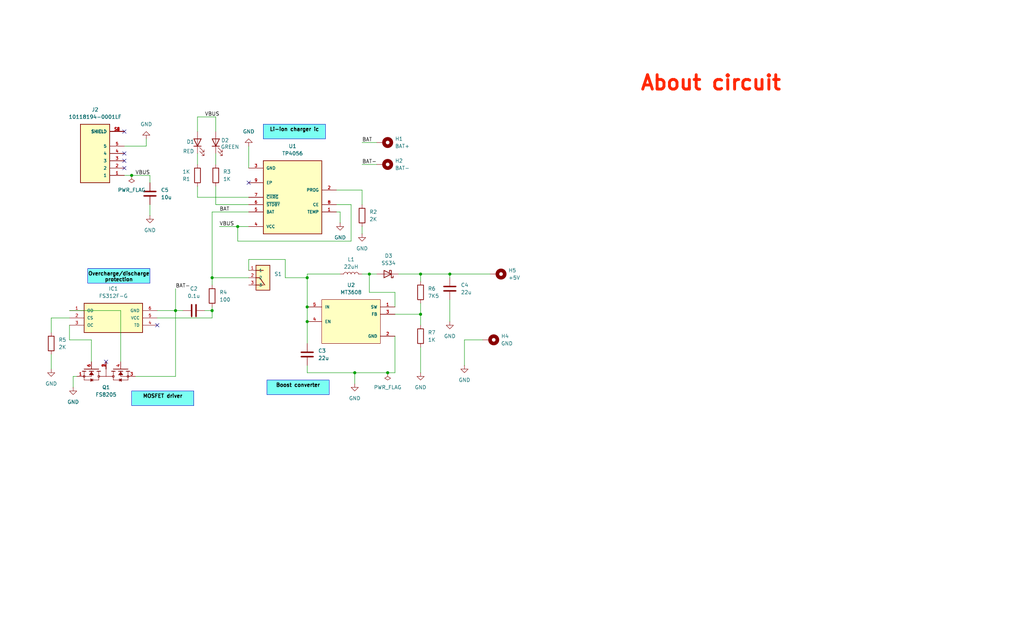
<source format=kicad_sch>
(kicad_sch
	(version 20231120)
	(generator "eeschema")
	(generator_version "8.0")
	(uuid "2a88d68a-6144-448a-bdb8-e1d532b6404c")
	(paper "USLegal")
	(lib_symbols
		(symbol "10118194-0001LF:10118194-0001LF"
			(pin_names
				(offset 1.016)
			)
			(exclude_from_sim no)
			(in_bom yes)
			(on_board yes)
			(property "Reference" "J"
				(at -5.08 10.668 0)
				(effects
					(font
						(size 1.27 1.27)
					)
					(justify left bottom)
				)
			)
			(property "Value" "10118194-0001LF"
				(at -5.08 -12.7 0)
				(effects
					(font
						(size 1.27 1.27)
					)
					(justify left bottom)
				)
			)
			(property "Footprint" "10118194-0001LF:AMPHENOL_10118194-0001LF"
				(at 0 0 0)
				(effects
					(font
						(size 1.27 1.27)
					)
					(justify bottom)
					(hide yes)
				)
			)
			(property "Datasheet" ""
				(at 0 0 0)
				(effects
					(font
						(size 1.27 1.27)
					)
					(hide yes)
				)
			)
			(property "Description" ""
				(at 0 0 0)
				(effects
					(font
						(size 1.27 1.27)
					)
					(hide yes)
				)
			)
			(property "MF" "Amphenol ICC"
				(at 0 0 0)
				(effects
					(font
						(size 1.27 1.27)
					)
					(justify bottom)
					(hide yes)
				)
			)
			(property "MAXIMUM_PACKAGE_HEIGHT" "2.66 mm"
				(at 0 0 0)
				(effects
					(font
						(size 1.27 1.27)
					)
					(justify bottom)
					(hide yes)
				)
			)
			(property "Package" "None"
				(at 0 0 0)
				(effects
					(font
						(size 1.27 1.27)
					)
					(justify bottom)
					(hide yes)
				)
			)
			(property "Price" "None"
				(at 0 0 0)
				(effects
					(font
						(size 1.27 1.27)
					)
					(justify bottom)
					(hide yes)
				)
			)
			(property "Check_prices" "https://www.snapeda.com/parts/10118194-0001LF/Amphenol+FCI/view-part/?ref=eda"
				(at 0 0 0)
				(effects
					(font
						(size 1.27 1.27)
					)
					(justify bottom)
					(hide yes)
				)
			)
			(property "STANDARD" "Manufacturer Recommendations"
				(at 0 0 0)
				(effects
					(font
						(size 1.27 1.27)
					)
					(justify bottom)
					(hide yes)
				)
			)
			(property "PARTREV" "D"
				(at 0 0 0)
				(effects
					(font
						(size 1.27 1.27)
					)
					(justify bottom)
					(hide yes)
				)
			)
			(property "SnapEDA_Link" "https://www.snapeda.com/parts/10118194-0001LF/Amphenol+FCI/view-part/?ref=snap"
				(at 0 0 0)
				(effects
					(font
						(size 1.27 1.27)
					)
					(justify bottom)
					(hide yes)
				)
			)
			(property "MP" "10118194-0001LF"
				(at 0 0 0)
				(effects
					(font
						(size 1.27 1.27)
					)
					(justify bottom)
					(hide yes)
				)
			)
			(property "Purchase-URL" "https://www.snapeda.com/api/url_track_click_mouser/?unipart_id=47625&manufacturer=Amphenol ICC&part_name=10118194-0001LF&search_term=micro usb"
				(at 0 0 0)
				(effects
					(font
						(size 1.27 1.27)
					)
					(justify bottom)
					(hide yes)
				)
			)
			(property "Description_1" "\nMicro USB, Input Output Connectors, B TYPE RECEPTACLE with flange\n"
				(at 0 0 0)
				(effects
					(font
						(size 1.27 1.27)
					)
					(justify bottom)
					(hide yes)
				)
			)
			(property "Availability" "In Stock"
				(at 0 0 0)
				(effects
					(font
						(size 1.27 1.27)
					)
					(justify bottom)
					(hide yes)
				)
			)
			(property "MANUFACTURER" "Amphenol ICC"
				(at 0 0 0)
				(effects
					(font
						(size 1.27 1.27)
					)
					(justify bottom)
					(hide yes)
				)
			)
			(symbol "10118194-0001LF_0_0"
				(rectangle
					(start -5.08 -10.16)
					(end 5.08 10.16)
					(stroke
						(width 0.254)
						(type default)
					)
					(fill
						(type background)
					)
				)
				(pin passive line
					(at -10.16 7.62 0)
					(length 5.08)
					(name "1"
						(effects
							(font
								(size 1.016 1.016)
							)
						)
					)
					(number "1"
						(effects
							(font
								(size 1.016 1.016)
							)
						)
					)
				)
				(pin passive line
					(at -10.16 5.08 0)
					(length 5.08)
					(name "2"
						(effects
							(font
								(size 1.016 1.016)
							)
						)
					)
					(number "2"
						(effects
							(font
								(size 1.016 1.016)
							)
						)
					)
				)
				(pin passive line
					(at -10.16 2.54 0)
					(length 5.08)
					(name "3"
						(effects
							(font
								(size 1.016 1.016)
							)
						)
					)
					(number "3"
						(effects
							(font
								(size 1.016 1.016)
							)
						)
					)
				)
				(pin passive line
					(at -10.16 0 0)
					(length 5.08)
					(name "4"
						(effects
							(font
								(size 1.016 1.016)
							)
						)
					)
					(number "4"
						(effects
							(font
								(size 1.016 1.016)
							)
						)
					)
				)
				(pin passive line
					(at -10.16 -2.54 0)
					(length 5.08)
					(name "5"
						(effects
							(font
								(size 1.016 1.016)
							)
						)
					)
					(number "5"
						(effects
							(font
								(size 1.016 1.016)
							)
						)
					)
				)
				(pin passive line
					(at -10.16 -7.62 0)
					(length 5.08)
					(name "SHIELD"
						(effects
							(font
								(size 1.016 1.016)
							)
						)
					)
					(number "S1"
						(effects
							(font
								(size 1.016 1.016)
							)
						)
					)
				)
				(pin passive line
					(at -10.16 -7.62 0)
					(length 5.08)
					(name "SHIELD"
						(effects
							(font
								(size 1.016 1.016)
							)
						)
					)
					(number "S2"
						(effects
							(font
								(size 1.016 1.016)
							)
						)
					)
				)
				(pin passive line
					(at -10.16 -7.62 0)
					(length 5.08)
					(name "SHIELD"
						(effects
							(font
								(size 1.016 1.016)
							)
						)
					)
					(number "S3"
						(effects
							(font
								(size 1.016 1.016)
							)
						)
					)
				)
				(pin passive line
					(at -10.16 -7.62 0)
					(length 5.08)
					(name "SHIELD"
						(effects
							(font
								(size 1.016 1.016)
							)
						)
					)
					(number "S4"
						(effects
							(font
								(size 1.016 1.016)
							)
						)
					)
				)
				(pin passive line
					(at -10.16 -7.62 0)
					(length 5.08)
					(name "SHIELD"
						(effects
							(font
								(size 1.016 1.016)
							)
						)
					)
					(number "S5"
						(effects
							(font
								(size 1.016 1.016)
							)
						)
					)
				)
				(pin passive line
					(at -10.16 -7.62 0)
					(length 5.08)
					(name "SHIELD"
						(effects
							(font
								(size 1.016 1.016)
							)
						)
					)
					(number "S6"
						(effects
							(font
								(size 1.016 1.016)
							)
						)
					)
				)
			)
		)
		(symbol "Device:C"
			(pin_numbers hide)
			(pin_names
				(offset 0.254)
			)
			(exclude_from_sim no)
			(in_bom yes)
			(on_board yes)
			(property "Reference" "C"
				(at 0.635 2.54 0)
				(effects
					(font
						(size 1.27 1.27)
					)
					(justify left)
				)
			)
			(property "Value" "C"
				(at 0.635 -2.54 0)
				(effects
					(font
						(size 1.27 1.27)
					)
					(justify left)
				)
			)
			(property "Footprint" ""
				(at 0.9652 -3.81 0)
				(effects
					(font
						(size 1.27 1.27)
					)
					(hide yes)
				)
			)
			(property "Datasheet" "~"
				(at 0 0 0)
				(effects
					(font
						(size 1.27 1.27)
					)
					(hide yes)
				)
			)
			(property "Description" "Unpolarized capacitor"
				(at 0 0 0)
				(effects
					(font
						(size 1.27 1.27)
					)
					(hide yes)
				)
			)
			(property "ki_keywords" "cap capacitor"
				(at 0 0 0)
				(effects
					(font
						(size 1.27 1.27)
					)
					(hide yes)
				)
			)
			(property "ki_fp_filters" "C_*"
				(at 0 0 0)
				(effects
					(font
						(size 1.27 1.27)
					)
					(hide yes)
				)
			)
			(symbol "C_0_1"
				(polyline
					(pts
						(xy -2.032 -0.762) (xy 2.032 -0.762)
					)
					(stroke
						(width 0.508)
						(type default)
					)
					(fill
						(type none)
					)
				)
				(polyline
					(pts
						(xy -2.032 0.762) (xy 2.032 0.762)
					)
					(stroke
						(width 0.508)
						(type default)
					)
					(fill
						(type none)
					)
				)
			)
			(symbol "C_1_1"
				(pin passive line
					(at 0 3.81 270)
					(length 2.794)
					(name "~"
						(effects
							(font
								(size 1.27 1.27)
							)
						)
					)
					(number "1"
						(effects
							(font
								(size 1.27 1.27)
							)
						)
					)
				)
				(pin passive line
					(at 0 -3.81 90)
					(length 2.794)
					(name "~"
						(effects
							(font
								(size 1.27 1.27)
							)
						)
					)
					(number "2"
						(effects
							(font
								(size 1.27 1.27)
							)
						)
					)
				)
			)
		)
		(symbol "Device:L"
			(pin_numbers hide)
			(pin_names
				(offset 1.016) hide)
			(exclude_from_sim no)
			(in_bom yes)
			(on_board yes)
			(property "Reference" "L"
				(at -1.27 0 90)
				(effects
					(font
						(size 1.27 1.27)
					)
				)
			)
			(property "Value" "L"
				(at 1.905 0 90)
				(effects
					(font
						(size 1.27 1.27)
					)
				)
			)
			(property "Footprint" ""
				(at 0 0 0)
				(effects
					(font
						(size 1.27 1.27)
					)
					(hide yes)
				)
			)
			(property "Datasheet" "~"
				(at 0 0 0)
				(effects
					(font
						(size 1.27 1.27)
					)
					(hide yes)
				)
			)
			(property "Description" "Inductor"
				(at 0 0 0)
				(effects
					(font
						(size 1.27 1.27)
					)
					(hide yes)
				)
			)
			(property "ki_keywords" "inductor choke coil reactor magnetic"
				(at 0 0 0)
				(effects
					(font
						(size 1.27 1.27)
					)
					(hide yes)
				)
			)
			(property "ki_fp_filters" "Choke_* *Coil* Inductor_* L_*"
				(at 0 0 0)
				(effects
					(font
						(size 1.27 1.27)
					)
					(hide yes)
				)
			)
			(symbol "L_0_1"
				(arc
					(start 0 -2.54)
					(mid 0.6323 -1.905)
					(end 0 -1.27)
					(stroke
						(width 0)
						(type default)
					)
					(fill
						(type none)
					)
				)
				(arc
					(start 0 -1.27)
					(mid 0.6323 -0.635)
					(end 0 0)
					(stroke
						(width 0)
						(type default)
					)
					(fill
						(type none)
					)
				)
				(arc
					(start 0 0)
					(mid 0.6323 0.635)
					(end 0 1.27)
					(stroke
						(width 0)
						(type default)
					)
					(fill
						(type none)
					)
				)
				(arc
					(start 0 1.27)
					(mid 0.6323 1.905)
					(end 0 2.54)
					(stroke
						(width 0)
						(type default)
					)
					(fill
						(type none)
					)
				)
			)
			(symbol "L_1_1"
				(pin passive line
					(at 0 3.81 270)
					(length 1.27)
					(name "1"
						(effects
							(font
								(size 1.27 1.27)
							)
						)
					)
					(number "1"
						(effects
							(font
								(size 1.27 1.27)
							)
						)
					)
				)
				(pin passive line
					(at 0 -3.81 90)
					(length 1.27)
					(name "2"
						(effects
							(font
								(size 1.27 1.27)
							)
						)
					)
					(number "2"
						(effects
							(font
								(size 1.27 1.27)
							)
						)
					)
				)
			)
		)
		(symbol "Device:LED"
			(pin_numbers hide)
			(pin_names
				(offset 1.016) hide)
			(exclude_from_sim no)
			(in_bom yes)
			(on_board yes)
			(property "Reference" "D"
				(at 0 2.54 0)
				(effects
					(font
						(size 1.27 1.27)
					)
				)
			)
			(property "Value" "LED"
				(at 0 -2.54 0)
				(effects
					(font
						(size 1.27 1.27)
					)
				)
			)
			(property "Footprint" ""
				(at 0 0 0)
				(effects
					(font
						(size 1.27 1.27)
					)
					(hide yes)
				)
			)
			(property "Datasheet" "~"
				(at 0 0 0)
				(effects
					(font
						(size 1.27 1.27)
					)
					(hide yes)
				)
			)
			(property "Description" "Light emitting diode"
				(at 0 0 0)
				(effects
					(font
						(size 1.27 1.27)
					)
					(hide yes)
				)
			)
			(property "ki_keywords" "LED diode"
				(at 0 0 0)
				(effects
					(font
						(size 1.27 1.27)
					)
					(hide yes)
				)
			)
			(property "ki_fp_filters" "LED* LED_SMD:* LED_THT:*"
				(at 0 0 0)
				(effects
					(font
						(size 1.27 1.27)
					)
					(hide yes)
				)
			)
			(symbol "LED_0_1"
				(polyline
					(pts
						(xy -1.27 -1.27) (xy -1.27 1.27)
					)
					(stroke
						(width 0.254)
						(type default)
					)
					(fill
						(type none)
					)
				)
				(polyline
					(pts
						(xy -1.27 0) (xy 1.27 0)
					)
					(stroke
						(width 0)
						(type default)
					)
					(fill
						(type none)
					)
				)
				(polyline
					(pts
						(xy 1.27 -1.27) (xy 1.27 1.27) (xy -1.27 0) (xy 1.27 -1.27)
					)
					(stroke
						(width 0.254)
						(type default)
					)
					(fill
						(type none)
					)
				)
				(polyline
					(pts
						(xy -3.048 -0.762) (xy -4.572 -2.286) (xy -3.81 -2.286) (xy -4.572 -2.286) (xy -4.572 -1.524)
					)
					(stroke
						(width 0)
						(type default)
					)
					(fill
						(type none)
					)
				)
				(polyline
					(pts
						(xy -1.778 -0.762) (xy -3.302 -2.286) (xy -2.54 -2.286) (xy -3.302 -2.286) (xy -3.302 -1.524)
					)
					(stroke
						(width 0)
						(type default)
					)
					(fill
						(type none)
					)
				)
			)
			(symbol "LED_1_1"
				(pin passive line
					(at -3.81 0 0)
					(length 2.54)
					(name "K"
						(effects
							(font
								(size 1.27 1.27)
							)
						)
					)
					(number "1"
						(effects
							(font
								(size 1.27 1.27)
							)
						)
					)
				)
				(pin passive line
					(at 3.81 0 180)
					(length 2.54)
					(name "A"
						(effects
							(font
								(size 1.27 1.27)
							)
						)
					)
					(number "2"
						(effects
							(font
								(size 1.27 1.27)
							)
						)
					)
				)
			)
		)
		(symbol "Device:R"
			(pin_numbers hide)
			(pin_names
				(offset 0)
			)
			(exclude_from_sim no)
			(in_bom yes)
			(on_board yes)
			(property "Reference" "R"
				(at 2.032 0 90)
				(effects
					(font
						(size 1.27 1.27)
					)
				)
			)
			(property "Value" "R"
				(at 0 0 90)
				(effects
					(font
						(size 1.27 1.27)
					)
				)
			)
			(property "Footprint" ""
				(at -1.778 0 90)
				(effects
					(font
						(size 1.27 1.27)
					)
					(hide yes)
				)
			)
			(property "Datasheet" "~"
				(at 0 0 0)
				(effects
					(font
						(size 1.27 1.27)
					)
					(hide yes)
				)
			)
			(property "Description" "Resistor"
				(at 0 0 0)
				(effects
					(font
						(size 1.27 1.27)
					)
					(hide yes)
				)
			)
			(property "ki_keywords" "R res resistor"
				(at 0 0 0)
				(effects
					(font
						(size 1.27 1.27)
					)
					(hide yes)
				)
			)
			(property "ki_fp_filters" "R_*"
				(at 0 0 0)
				(effects
					(font
						(size 1.27 1.27)
					)
					(hide yes)
				)
			)
			(symbol "R_0_1"
				(rectangle
					(start -1.016 -2.54)
					(end 1.016 2.54)
					(stroke
						(width 0.254)
						(type default)
					)
					(fill
						(type none)
					)
				)
			)
			(symbol "R_1_1"
				(pin passive line
					(at 0 3.81 270)
					(length 1.27)
					(name "~"
						(effects
							(font
								(size 1.27 1.27)
							)
						)
					)
					(number "1"
						(effects
							(font
								(size 1.27 1.27)
							)
						)
					)
				)
				(pin passive line
					(at 0 -3.81 90)
					(length 1.27)
					(name "~"
						(effects
							(font
								(size 1.27 1.27)
							)
						)
					)
					(number "2"
						(effects
							(font
								(size 1.27 1.27)
							)
						)
					)
				)
			)
		)
		(symbol "Diode:SS34"
			(pin_numbers hide)
			(pin_names
				(offset 1.016) hide)
			(exclude_from_sim no)
			(in_bom yes)
			(on_board yes)
			(property "Reference" "D"
				(at 0 2.54 0)
				(effects
					(font
						(size 1.27 1.27)
					)
				)
			)
			(property "Value" "SS34"
				(at 0 -2.54 0)
				(effects
					(font
						(size 1.27 1.27)
					)
				)
			)
			(property "Footprint" "Diode_SMD:D_SMA"
				(at 0 -4.445 0)
				(effects
					(font
						(size 1.27 1.27)
					)
					(hide yes)
				)
			)
			(property "Datasheet" "https://www.vishay.com/docs/88751/ss32.pdf"
				(at 0 0 0)
				(effects
					(font
						(size 1.27 1.27)
					)
					(hide yes)
				)
			)
			(property "Description" "40V 3A Schottky Diode, SMA"
				(at 0 0 0)
				(effects
					(font
						(size 1.27 1.27)
					)
					(hide yes)
				)
			)
			(property "ki_keywords" "diode Schottky"
				(at 0 0 0)
				(effects
					(font
						(size 1.27 1.27)
					)
					(hide yes)
				)
			)
			(property "ki_fp_filters" "D*SMA*"
				(at 0 0 0)
				(effects
					(font
						(size 1.27 1.27)
					)
					(hide yes)
				)
			)
			(symbol "SS34_0_1"
				(polyline
					(pts
						(xy 1.27 0) (xy -1.27 0)
					)
					(stroke
						(width 0)
						(type default)
					)
					(fill
						(type none)
					)
				)
				(polyline
					(pts
						(xy 1.27 1.27) (xy 1.27 -1.27) (xy -1.27 0) (xy 1.27 1.27)
					)
					(stroke
						(width 0.254)
						(type default)
					)
					(fill
						(type none)
					)
				)
				(polyline
					(pts
						(xy -1.905 0.635) (xy -1.905 1.27) (xy -1.27 1.27) (xy -1.27 -1.27) (xy -0.635 -1.27) (xy -0.635 -0.635)
					)
					(stroke
						(width 0.254)
						(type default)
					)
					(fill
						(type none)
					)
				)
			)
			(symbol "SS34_1_1"
				(pin passive line
					(at -3.81 0 0)
					(length 2.54)
					(name "K"
						(effects
							(font
								(size 1.27 1.27)
							)
						)
					)
					(number "1"
						(effects
							(font
								(size 1.27 1.27)
							)
						)
					)
				)
				(pin passive line
					(at 3.81 0 180)
					(length 2.54)
					(name "A"
						(effects
							(font
								(size 1.27 1.27)
							)
						)
					)
					(number "2"
						(effects
							(font
								(size 1.27 1.27)
							)
						)
					)
				)
			)
		)
		(symbol "FS312F-G:FS312F-G"
			(pin_names
				(offset 1.016)
			)
			(exclude_from_sim no)
			(in_bom yes)
			(on_board yes)
			(property "Reference" "IC"
				(at -10.16 5.08 0)
				(effects
					(font
						(size 1.27 1.27)
					)
					(justify left bottom)
				)
			)
			(property "Value" "FS312F-G"
				(at 0 0 0)
				(effects
					(font
						(size 1.27 1.27)
					)
					(justify bottom)
				)
			)
			(property "Footprint" "FS312F-G:SOT23-6"
				(at 0 0 0)
				(effects
					(font
						(size 1.27 1.27)
					)
					(justify bottom)
					(hide yes)
				)
			)
			(property "Datasheet" ""
				(at 0 0 0)
				(effects
					(font
						(size 1.27 1.27)
					)
					(hide yes)
				)
			)
			(property "Description" ""
				(at 0 0 0)
				(effects
					(font
						(size 1.27 1.27)
					)
					(hide yes)
				)
			)
			(property "MF" "Fortune Semiconductor"
				(at 0 0 0)
				(effects
					(font
						(size 1.27 1.27)
					)
					(justify bottom)
					(hide yes)
				)
			)
			(property "Description_1" "\n"
				(at 0 0 0)
				(effects
					(font
						(size 1.27 1.27)
					)
					(justify bottom)
					(hide yes)
				)
			)
			(property "Package" "Package"
				(at 0 0 0)
				(effects
					(font
						(size 1.27 1.27)
					)
					(justify bottom)
					(hide yes)
				)
			)
			(property "Price" "None"
				(at 0 0 0)
				(effects
					(font
						(size 1.27 1.27)
					)
					(justify bottom)
					(hide yes)
				)
			)
			(property "SnapEDA_Link" "https://www.snapeda.com/parts/FS312F-G/Fortune+Semiconductor/view-part/?ref=snap"
				(at 0 0 0)
				(effects
					(font
						(size 1.27 1.27)
					)
					(justify bottom)
					(hide yes)
				)
			)
			(property "MP" "FS312F-G"
				(at 0 0 0)
				(effects
					(font
						(size 1.27 1.27)
					)
					(justify bottom)
					(hide yes)
				)
			)
			(property "Availability" "Not in stock"
				(at 0 0 0)
				(effects
					(font
						(size 1.27 1.27)
					)
					(justify bottom)
					(hide yes)
				)
			)
			(property "Check_prices" "https://www.snapeda.com/parts/FS312F-G/Fortune+Semiconductor/view-part/?ref=eda"
				(at 0 0 0)
				(effects
					(font
						(size 1.27 1.27)
					)
					(justify bottom)
					(hide yes)
				)
			)
			(symbol "FS312F-G_0_0"
				(rectangle
					(start -10.16 -5.08)
					(end 10.16 5.08)
					(stroke
						(width 0.254)
						(type default)
					)
					(fill
						(type background)
					)
				)
				(pin bidirectional line
					(at -15.24 2.54 0)
					(length 5.08)
					(name "OD"
						(effects
							(font
								(size 1.016 1.016)
							)
						)
					)
					(number "1"
						(effects
							(font
								(size 1.016 1.016)
							)
						)
					)
				)
				(pin bidirectional line
					(at -15.24 0 0)
					(length 5.08)
					(name "CS"
						(effects
							(font
								(size 1.016 1.016)
							)
						)
					)
					(number "2"
						(effects
							(font
								(size 1.016 1.016)
							)
						)
					)
				)
				(pin bidirectional line
					(at -15.24 -2.54 0)
					(length 5.08)
					(name "OC"
						(effects
							(font
								(size 1.016 1.016)
							)
						)
					)
					(number "3"
						(effects
							(font
								(size 1.016 1.016)
							)
						)
					)
				)
				(pin bidirectional line
					(at 15.24 -2.54 180)
					(length 5.08)
					(name "TD"
						(effects
							(font
								(size 1.016 1.016)
							)
						)
					)
					(number "4"
						(effects
							(font
								(size 1.016 1.016)
							)
						)
					)
				)
				(pin bidirectional line
					(at 15.24 0 180)
					(length 5.08)
					(name "VCC"
						(effects
							(font
								(size 1.016 1.016)
							)
						)
					)
					(number "5"
						(effects
							(font
								(size 1.016 1.016)
							)
						)
					)
				)
				(pin bidirectional line
					(at 15.24 2.54 180)
					(length 5.08)
					(name "GND"
						(effects
							(font
								(size 1.016 1.016)
							)
						)
					)
					(number "6"
						(effects
							(font
								(size 1.016 1.016)
							)
						)
					)
				)
			)
		)
		(symbol "FS8205:FS8205"
			(pin_names
				(offset 1.016)
			)
			(exclude_from_sim no)
			(in_bom yes)
			(on_board yes)
			(property "Reference" "Q"
				(at 2.54 2.286 0)
				(effects
					(font
						(size 1.27 1.27)
					)
					(justify left top)
				)
			)
			(property "Value" "FS8205"
				(at 2.54 -2.032 0)
				(effects
					(font
						(size 1.27 1.27)
					)
					(justify left bottom)
				)
			)
			(property "Footprint" "FS8205:SOT95P280X145-6N"
				(at 0 0 0)
				(effects
					(font
						(size 1.27 1.27)
					)
					(justify bottom)
					(hide yes)
				)
			)
			(property "Datasheet" ""
				(at 0 0 0)
				(effects
					(font
						(size 1.27 1.27)
					)
					(hide yes)
				)
			)
			(property "Description" ""
				(at 0 0 0)
				(effects
					(font
						(size 1.27 1.27)
					)
					(hide yes)
				)
			)
			(property "MF" "Fortune Semiconductor"
				(at 0 0 0)
				(effects
					(font
						(size 1.27 1.27)
					)
					(justify bottom)
					(hide yes)
				)
			)
			(property "MAXIMUM_PACKAGE_HEIGHT" "1.45mm"
				(at 0 0 0)
				(effects
					(font
						(size 1.27 1.27)
					)
					(justify bottom)
					(hide yes)
				)
			)
			(property "Package" "Package"
				(at 0 0 0)
				(effects
					(font
						(size 1.27 1.27)
					)
					(justify bottom)
					(hide yes)
				)
			)
			(property "Price" "None"
				(at 0 0 0)
				(effects
					(font
						(size 1.27 1.27)
					)
					(justify bottom)
					(hide yes)
				)
			)
			(property "Check_prices" "https://www.snapeda.com/parts/FS8205/Fortune+Semiconductor/view-part/?ref=eda"
				(at 0 0 0)
				(effects
					(font
						(size 1.27 1.27)
					)
					(justify bottom)
					(hide yes)
				)
			)
			(property "STANDARD" "IPC-7351B"
				(at 0 0 0)
				(effects
					(font
						(size 1.27 1.27)
					)
					(justify bottom)
					(hide yes)
				)
			)
			(property "PARTREV" "1.9"
				(at 0 0 0)
				(effects
					(font
						(size 1.27 1.27)
					)
					(justify bottom)
					(hide yes)
				)
			)
			(property "SnapEDA_Link" "https://www.snapeda.com/parts/FS8205/Fortune+Semiconductor/view-part/?ref=snap"
				(at 0 0 0)
				(effects
					(font
						(size 1.27 1.27)
					)
					(justify bottom)
					(hide yes)
				)
			)
			(property "MP" "FS8205"
				(at 0 0 0)
				(effects
					(font
						(size 1.27 1.27)
					)
					(justify bottom)
					(hide yes)
				)
			)
			(property "Description_1" "\nDual N-Channel Enhancement Mode Power MOSFET\n"
				(at 0 0 0)
				(effects
					(font
						(size 1.27 1.27)
					)
					(justify bottom)
					(hide yes)
				)
			)
			(property "Availability" "Not in stock"
				(at 0 0 0)
				(effects
					(font
						(size 1.27 1.27)
					)
					(justify bottom)
					(hide yes)
				)
			)
			(property "MANUFACTURER" "Fortune"
				(at 0 0 0)
				(effects
					(font
						(size 1.27 1.27)
					)
					(justify bottom)
					(hide yes)
				)
			)
			(symbol "FS8205_0_0"
				(circle
					(center 0 -7.62)
					(radius 0.3592)
					(stroke
						(width 0)
						(type default)
					)
					(fill
						(type none)
					)
				)
				(circle
					(center 0 -2.54)
					(radius 0.3592)
					(stroke
						(width 0)
						(type default)
					)
					(fill
						(type none)
					)
				)
				(polyline
					(pts
						(xy -2.54 -2.54) (xy -2.54 -7.62)
					)
					(stroke
						(width 0.254)
						(type default)
					)
					(fill
						(type none)
					)
				)
				(polyline
					(pts
						(xy -2.54 0) (xy 0 0)
					)
					(stroke
						(width 0.1524)
						(type default)
					)
					(fill
						(type none)
					)
				)
				(polyline
					(pts
						(xy -2.54 2.54) (xy -2.54 7.62)
					)
					(stroke
						(width 0.254)
						(type default)
					)
					(fill
						(type none)
					)
				)
				(polyline
					(pts
						(xy -1.778 -7.62) (xy -1.778 -8.255)
					)
					(stroke
						(width 0.254)
						(type default)
					)
					(fill
						(type none)
					)
				)
				(polyline
					(pts
						(xy -1.778 -6.985) (xy -1.778 -7.62)
					)
					(stroke
						(width 0.254)
						(type default)
					)
					(fill
						(type none)
					)
				)
				(polyline
					(pts
						(xy -1.778 -5.08) (xy -1.778 -5.842)
					)
					(stroke
						(width 0.254)
						(type default)
					)
					(fill
						(type none)
					)
				)
				(polyline
					(pts
						(xy -1.778 -5.08) (xy 0 -5.08)
					)
					(stroke
						(width 0.1524)
						(type default)
					)
					(fill
						(type none)
					)
				)
				(polyline
					(pts
						(xy -1.778 -4.318) (xy -1.778 -5.08)
					)
					(stroke
						(width 0.254)
						(type default)
					)
					(fill
						(type none)
					)
				)
				(polyline
					(pts
						(xy -1.778 -2.54) (xy -1.778 -3.175)
					)
					(stroke
						(width 0.254)
						(type default)
					)
					(fill
						(type none)
					)
				)
				(polyline
					(pts
						(xy -1.778 -2.54) (xy 0 -2.54)
					)
					(stroke
						(width 0.1524)
						(type default)
					)
					(fill
						(type none)
					)
				)
				(polyline
					(pts
						(xy -1.778 -1.905) (xy -1.778 -2.54)
					)
					(stroke
						(width 0.254)
						(type default)
					)
					(fill
						(type none)
					)
				)
				(polyline
					(pts
						(xy -1.778 1.905) (xy -1.778 2.54)
					)
					(stroke
						(width 0.254)
						(type default)
					)
					(fill
						(type none)
					)
				)
				(polyline
					(pts
						(xy -1.778 2.54) (xy -1.778 3.175)
					)
					(stroke
						(width 0.254)
						(type default)
					)
					(fill
						(type none)
					)
				)
				(polyline
					(pts
						(xy -1.778 2.54) (xy 0 2.54)
					)
					(stroke
						(width 0.1524)
						(type default)
					)
					(fill
						(type none)
					)
				)
				(polyline
					(pts
						(xy -1.778 4.318) (xy -1.778 5.08)
					)
					(stroke
						(width 0.254)
						(type default)
					)
					(fill
						(type none)
					)
				)
				(polyline
					(pts
						(xy -1.778 5.08) (xy -1.778 5.842)
					)
					(stroke
						(width 0.254)
						(type default)
					)
					(fill
						(type none)
					)
				)
				(polyline
					(pts
						(xy -1.778 5.08) (xy 0 5.08)
					)
					(stroke
						(width 0.1524)
						(type default)
					)
					(fill
						(type none)
					)
				)
				(polyline
					(pts
						(xy -1.778 6.985) (xy -1.778 7.62)
					)
					(stroke
						(width 0.254)
						(type default)
					)
					(fill
						(type none)
					)
				)
				(polyline
					(pts
						(xy -1.778 7.62) (xy -1.778 8.255)
					)
					(stroke
						(width 0.254)
						(type default)
					)
					(fill
						(type none)
					)
				)
				(polyline
					(pts
						(xy 0 -7.62) (xy -1.778 -7.62)
					)
					(stroke
						(width 0.1524)
						(type default)
					)
					(fill
						(type none)
					)
				)
				(polyline
					(pts
						(xy 0 -7.62) (xy 1.27 -7.62)
					)
					(stroke
						(width 0.1524)
						(type default)
					)
					(fill
						(type none)
					)
				)
				(polyline
					(pts
						(xy 0 -5.08) (xy 0 -7.62)
					)
					(stroke
						(width 0.1524)
						(type default)
					)
					(fill
						(type none)
					)
				)
				(polyline
					(pts
						(xy 0 -2.54) (xy 1.27 -2.54)
					)
					(stroke
						(width 0.1524)
						(type default)
					)
					(fill
						(type none)
					)
				)
				(polyline
					(pts
						(xy 0 0) (xy 0 -2.54)
					)
					(stroke
						(width 0.1778)
						(type default)
					)
					(fill
						(type none)
					)
				)
				(polyline
					(pts
						(xy 0 2.54) (xy 0 0)
					)
					(stroke
						(width 0.1778)
						(type default)
					)
					(fill
						(type none)
					)
				)
				(polyline
					(pts
						(xy 0 2.54) (xy 1.27 2.54)
					)
					(stroke
						(width 0.1524)
						(type default)
					)
					(fill
						(type none)
					)
				)
				(polyline
					(pts
						(xy 0 5.08) (xy 0 7.62)
					)
					(stroke
						(width 0.1524)
						(type default)
					)
					(fill
						(type none)
					)
				)
				(polyline
					(pts
						(xy 0 7.62) (xy -1.778 7.62)
					)
					(stroke
						(width 0.1524)
						(type default)
					)
					(fill
						(type none)
					)
				)
				(polyline
					(pts
						(xy 0 7.62) (xy 1.27 7.62)
					)
					(stroke
						(width 0.1524)
						(type default)
					)
					(fill
						(type none)
					)
				)
				(polyline
					(pts
						(xy 1.27 -4.572) (xy 0.762 -4.572)
					)
					(stroke
						(width 0.1524)
						(type default)
					)
					(fill
						(type none)
					)
				)
				(polyline
					(pts
						(xy 1.27 -4.572) (xy 1.27 -7.62)
					)
					(stroke
						(width 0.1524)
						(type default)
					)
					(fill
						(type none)
					)
				)
				(polyline
					(pts
						(xy 1.27 -2.54) (xy 1.27 -4.572)
					)
					(stroke
						(width 0.1524)
						(type default)
					)
					(fill
						(type none)
					)
				)
				(polyline
					(pts
						(xy 1.27 2.54) (xy 1.27 4.572)
					)
					(stroke
						(width 0.1524)
						(type default)
					)
					(fill
						(type none)
					)
				)
				(polyline
					(pts
						(xy 1.27 4.572) (xy 0.762 4.572)
					)
					(stroke
						(width 0.1524)
						(type default)
					)
					(fill
						(type none)
					)
				)
				(polyline
					(pts
						(xy 1.27 4.572) (xy 1.27 7.62)
					)
					(stroke
						(width 0.1524)
						(type default)
					)
					(fill
						(type none)
					)
				)
				(polyline
					(pts
						(xy 1.778 -4.572) (xy 1.27 -4.572)
					)
					(stroke
						(width 0.1524)
						(type default)
					)
					(fill
						(type none)
					)
				)
				(polyline
					(pts
						(xy 1.778 4.572) (xy 1.27 4.572)
					)
					(stroke
						(width 0.1524)
						(type default)
					)
					(fill
						(type none)
					)
				)
				(polyline
					(pts
						(xy -1.524 -5.08) (xy -0.508 -4.318) (xy -0.508 -5.842) (xy -1.524 -5.08)
					)
					(stroke
						(width 0.1524)
						(type default)
					)
					(fill
						(type outline)
					)
				)
				(polyline
					(pts
						(xy -1.524 5.08) (xy -0.508 4.318) (xy -0.508 5.842) (xy -1.524 5.08)
					)
					(stroke
						(width 0.1524)
						(type default)
					)
					(fill
						(type outline)
					)
				)
				(polyline
					(pts
						(xy 1.27 -4.572) (xy 0.762 -5.334) (xy 1.778 -5.334) (xy 1.27 -4.572)
					)
					(stroke
						(width 0.1524)
						(type default)
					)
					(fill
						(type outline)
					)
				)
				(polyline
					(pts
						(xy 1.27 4.572) (xy 0.762 5.334) (xy 1.778 5.334) (xy 1.27 4.572)
					)
					(stroke
						(width 0.1524)
						(type default)
					)
					(fill
						(type outline)
					)
				)
				(circle
					(center 0 2.54)
					(radius 0.3592)
					(stroke
						(width 0)
						(type default)
					)
					(fill
						(type none)
					)
				)
				(circle
					(center 0 7.62)
					(radius 0.3592)
					(stroke
						(width 0)
						(type default)
					)
					(fill
						(type none)
					)
				)
				(pin passive line
					(at 0 -10.16 90)
					(length 2.54)
					(name "~"
						(effects
							(font
								(size 1.016 1.016)
							)
						)
					)
					(number "1"
						(effects
							(font
								(size 1.016 1.016)
							)
						)
					)
				)
				(pin passive line
					(at -5.08 0 0)
					(length 2.54)
					(name "~"
						(effects
							(font
								(size 1.016 1.016)
							)
						)
					)
					(number "2"
						(effects
							(font
								(size 1.016 1.016)
							)
						)
					)
				)
				(pin passive line
					(at 0 10.16 270)
					(length 2.54)
					(name "~"
						(effects
							(font
								(size 1.016 1.016)
							)
						)
					)
					(number "3"
						(effects
							(font
								(size 1.016 1.016)
							)
						)
					)
				)
				(pin passive line
					(at -5.08 5.08 0)
					(length 2.54)
					(name "~"
						(effects
							(font
								(size 1.016 1.016)
							)
						)
					)
					(number "4"
						(effects
							(font
								(size 1.016 1.016)
							)
						)
					)
				)
				(pin passive line
					(at -5.08 0 0)
					(length 2.54)
					(name "~"
						(effects
							(font
								(size 1.016 1.016)
							)
						)
					)
					(number "5"
						(effects
							(font
								(size 1.016 1.016)
							)
						)
					)
				)
				(pin passive line
					(at -5.08 -5.08 0)
					(length 2.54)
					(name "~"
						(effects
							(font
								(size 1.016 1.016)
							)
						)
					)
					(number "6"
						(effects
							(font
								(size 1.016 1.016)
							)
						)
					)
				)
			)
		)
		(symbol "MT3608:MT3608"
			(pin_names
				(offset 1.016)
			)
			(exclude_from_sim no)
			(in_bom yes)
			(on_board yes)
			(property "Reference" "U"
				(at -10.16 10.16 0)
				(effects
					(font
						(size 1.27 1.27)
					)
					(justify left bottom)
				)
			)
			(property "Value" "MT3608"
				(at -10.16 -12.7 0)
				(effects
					(font
						(size 1.27 1.27)
					)
					(justify left bottom)
				)
			)
			(property "Footprint" "MT3608:SOT95P280X145-6N"
				(at 0 0 0)
				(effects
					(font
						(size 1.27 1.27)
					)
					(justify bottom)
					(hide yes)
				)
			)
			(property "Datasheet" ""
				(at 0 0 0)
				(effects
					(font
						(size 1.27 1.27)
					)
					(hide yes)
				)
			)
			(property "Description" ""
				(at 0 0 0)
				(effects
					(font
						(size 1.27 1.27)
					)
					(hide yes)
				)
			)
			(property "MF" "Aerosemi Technology Co., Ltd"
				(at 0 0 0)
				(effects
					(font
						(size 1.27 1.27)
					)
					(justify bottom)
					(hide yes)
				)
			)
			(property "MAXIMUM_PACKAGE_HEIGHT" "1.45mm"
				(at 0 0 0)
				(effects
					(font
						(size 1.27 1.27)
					)
					(justify bottom)
					(hide yes)
				)
			)
			(property "Package" "Package"
				(at 0 0 0)
				(effects
					(font
						(size 1.27 1.27)
					)
					(justify bottom)
					(hide yes)
				)
			)
			(property "Price" "None"
				(at 0 0 0)
				(effects
					(font
						(size 1.27 1.27)
					)
					(justify bottom)
					(hide yes)
				)
			)
			(property "Check_prices" "https://www.snapeda.com/parts/MT3608/Aerosemi+Technology+Co.%252C+Ltd/view-part/?ref=eda"
				(at 0 0 0)
				(effects
					(font
						(size 1.27 1.27)
					)
					(justify bottom)
					(hide yes)
				)
			)
			(property "STANDARD" "IPC-7351B"
				(at 0 0 0)
				(effects
					(font
						(size 1.27 1.27)
					)
					(justify bottom)
					(hide yes)
				)
			)
			(property "PARTREV" "1.0"
				(at 0 0 0)
				(effects
					(font
						(size 1.27 1.27)
					)
					(justify bottom)
					(hide yes)
				)
			)
			(property "SnapEDA_Link" "https://www.snapeda.com/parts/MT3608/Aerosemi+Technology+Co.%252C+Ltd/view-part/?ref=snap"
				(at 0 0 0)
				(effects
					(font
						(size 1.27 1.27)
					)
					(justify bottom)
					(hide yes)
				)
			)
			(property "MP" "MT3608"
				(at 0 0 0)
				(effects
					(font
						(size 1.27 1.27)
					)
					(justify bottom)
					(hide yes)
				)
			)
			(property "Description_1" "\nHigh Efficiency 1.2MHz\n2A Step Up Converter\n"
				(at 0 0 0)
				(effects
					(font
						(size 1.27 1.27)
					)
					(justify bottom)
					(hide yes)
				)
			)
			(property "Availability" "Not in stock"
				(at 0 0 0)
				(effects
					(font
						(size 1.27 1.27)
					)
					(justify bottom)
					(hide yes)
				)
			)
			(property "MANUFACTURER" "Aero Semi"
				(at 0 0 0)
				(effects
					(font
						(size 1.27 1.27)
					)
					(justify bottom)
					(hide yes)
				)
			)
			(symbol "MT3608_0_0"
				(rectangle
					(start -10.16 -7.62)
					(end 10.16 7.62)
					(stroke
						(width 0.1524)
						(type default)
					)
					(fill
						(type background)
					)
				)
				(pin output line
					(at 15.24 5.08 180)
					(length 5.08)
					(name "SW"
						(effects
							(font
								(size 1.016 1.016)
							)
						)
					)
					(number "1"
						(effects
							(font
								(size 1.016 1.016)
							)
						)
					)
				)
				(pin power_in line
					(at 15.24 -5.08 180)
					(length 5.08)
					(name "GND"
						(effects
							(font
								(size 1.016 1.016)
							)
						)
					)
					(number "2"
						(effects
							(font
								(size 1.016 1.016)
							)
						)
					)
				)
				(pin input line
					(at 15.24 2.54 180)
					(length 5.08)
					(name "FB"
						(effects
							(font
								(size 1.016 1.016)
							)
						)
					)
					(number "3"
						(effects
							(font
								(size 1.016 1.016)
							)
						)
					)
				)
				(pin input line
					(at -15.24 0 0)
					(length 5.08)
					(name "EN"
						(effects
							(font
								(size 1.016 1.016)
							)
						)
					)
					(number "4"
						(effects
							(font
								(size 1.016 1.016)
							)
						)
					)
				)
				(pin input line
					(at -15.24 5.08 0)
					(length 5.08)
					(name "IN"
						(effects
							(font
								(size 1.016 1.016)
							)
						)
					)
					(number "5"
						(effects
							(font
								(size 1.016 1.016)
							)
						)
					)
				)
			)
		)
		(symbol "Mechanical:MountingHole_Pad"
			(pin_numbers hide)
			(pin_names
				(offset 1.016) hide)
			(exclude_from_sim yes)
			(in_bom no)
			(on_board yes)
			(property "Reference" "H"
				(at 0 6.35 0)
				(effects
					(font
						(size 1.27 1.27)
					)
				)
			)
			(property "Value" "MountingHole_Pad"
				(at 0 4.445 0)
				(effects
					(font
						(size 1.27 1.27)
					)
				)
			)
			(property "Footprint" ""
				(at 0 0 0)
				(effects
					(font
						(size 1.27 1.27)
					)
					(hide yes)
				)
			)
			(property "Datasheet" "~"
				(at 0 0 0)
				(effects
					(font
						(size 1.27 1.27)
					)
					(hide yes)
				)
			)
			(property "Description" "Mounting Hole with connection"
				(at 0 0 0)
				(effects
					(font
						(size 1.27 1.27)
					)
					(hide yes)
				)
			)
			(property "ki_keywords" "mounting hole"
				(at 0 0 0)
				(effects
					(font
						(size 1.27 1.27)
					)
					(hide yes)
				)
			)
			(property "ki_fp_filters" "MountingHole*Pad*"
				(at 0 0 0)
				(effects
					(font
						(size 1.27 1.27)
					)
					(hide yes)
				)
			)
			(symbol "MountingHole_Pad_0_1"
				(circle
					(center 0 1.27)
					(radius 1.27)
					(stroke
						(width 1.27)
						(type default)
					)
					(fill
						(type none)
					)
				)
			)
			(symbol "MountingHole_Pad_1_1"
				(pin input line
					(at 0 -2.54 90)
					(length 2.54)
					(name "1"
						(effects
							(font
								(size 1.27 1.27)
							)
						)
					)
					(number "1"
						(effects
							(font
								(size 1.27 1.27)
							)
						)
					)
				)
			)
		)
		(symbol "OS102011MS2QN1:OS102011MS2QN1"
			(pin_names
				(offset 1.016)
			)
			(exclude_from_sim no)
			(in_bom yes)
			(on_board yes)
			(property "Reference" "S"
				(at -2.5411 5.0822 0)
				(effects
					(font
						(size 1.27 1.27)
					)
					(justify left bottom)
				)
			)
			(property "Value" "OS102011MS2QN1"
				(at -2.544 -7.6319 0)
				(effects
					(font
						(size 1.27 1.27)
					)
					(justify left bottom)
				)
			)
			(property "Footprint" "OS102011MS2QN1:SW_OS102011MS2QN1"
				(at 0 0 0)
				(effects
					(font
						(size 1.27 1.27)
					)
					(justify bottom)
					(hide yes)
				)
			)
			(property "Datasheet" ""
				(at 0 0 0)
				(effects
					(font
						(size 1.27 1.27)
					)
					(hide yes)
				)
			)
			(property "Description" ""
				(at 0 0 0)
				(effects
					(font
						(size 1.27 1.27)
					)
					(hide yes)
				)
			)
			(property "MF" "C&K"
				(at 0 0 0)
				(effects
					(font
						(size 1.27 1.27)
					)
					(justify bottom)
					(hide yes)
				)
			)
			(property "Description_1" "\nSwitch,Slide,Mini,SPDT,ON-ON,Non-Shorting(BBM),100mA,12VDC,ThruHole,PC Pin | C&K OS102011MS2QN1\n"
				(at 0 0 0)
				(effects
					(font
						(size 1.27 1.27)
					)
					(justify bottom)
					(hide yes)
				)
			)
			(property "Package" "None"
				(at 0 0 0)
				(effects
					(font
						(size 1.27 1.27)
					)
					(justify bottom)
					(hide yes)
				)
			)
			(property "Price" "None"
				(at 0 0 0)
				(effects
					(font
						(size 1.27 1.27)
					)
					(justify bottom)
					(hide yes)
				)
			)
			(property "Check_prices" "https://www.snapeda.com/parts/OS102011MS2QN1/C%2526K/view-part/?ref=eda"
				(at 0 0 0)
				(effects
					(font
						(size 1.27 1.27)
					)
					(justify bottom)
					(hide yes)
				)
			)
			(property "STANDARD" "MANUFACTURER RECOMMENDATIONS"
				(at 0 0 0)
				(effects
					(font
						(size 1.27 1.27)
					)
					(justify bottom)
					(hide yes)
				)
			)
			(property "SnapEDA_Link" "https://www.snapeda.com/parts/OS102011MS2QN1/C%2526K/view-part/?ref=snap"
				(at 0 0 0)
				(effects
					(font
						(size 1.27 1.27)
					)
					(justify bottom)
					(hide yes)
				)
			)
			(property "MP" "OS102011MS2QN1"
				(at 0 0 0)
				(effects
					(font
						(size 1.27 1.27)
					)
					(justify bottom)
					(hide yes)
				)
			)
			(property "Availability" "In Stock"
				(at 0 0 0)
				(effects
					(font
						(size 1.27 1.27)
					)
					(justify bottom)
					(hide yes)
				)
			)
			(property "MANUFACTURER" "C&K"
				(at 0 0 0)
				(effects
					(font
						(size 1.27 1.27)
					)
					(justify bottom)
					(hide yes)
				)
			)
			(symbol "OS102011MS2QN1_0_0"
				(rectangle
					(start -2.54 -4.318)
					(end 2.286 4.318)
					(stroke
						(width 0.254)
						(type default)
					)
					(fill
						(type background)
					)
				)
				(polyline
					(pts
						(xy -2.54 -2.54) (xy 0 -2.54)
					)
					(stroke
						(width 0.254)
						(type default)
					)
					(fill
						(type none)
					)
				)
				(polyline
					(pts
						(xy -2.54 0) (xy -1.27 0)
					)
					(stroke
						(width 0.254)
						(type default)
					)
					(fill
						(type none)
					)
				)
				(polyline
					(pts
						(xy -2.54 2.54) (xy 0 2.54)
					)
					(stroke
						(width 0.254)
						(type default)
					)
					(fill
						(type none)
					)
				)
				(polyline
					(pts
						(xy -1.27 0) (xy 0.508 -2.54)
					)
					(stroke
						(width 0.254)
						(type default)
					)
					(fill
						(type none)
					)
				)
				(pin passive line
					(at -5.08 2.54 0)
					(length 2.54)
					(name "1"
						(effects
							(font
								(size 1.016 1.016)
							)
						)
					)
					(number "1"
						(effects
							(font
								(size 1.016 1.016)
							)
						)
					)
				)
				(pin passive line
					(at -5.08 0 0)
					(length 2.54)
					(name "2"
						(effects
							(font
								(size 1.016 1.016)
							)
						)
					)
					(number "2"
						(effects
							(font
								(size 1.016 1.016)
							)
						)
					)
				)
				(pin passive line
					(at -5.08 -2.54 0)
					(length 2.54)
					(name "3"
						(effects
							(font
								(size 1.016 1.016)
							)
						)
					)
					(number "3"
						(effects
							(font
								(size 1.016 1.016)
							)
						)
					)
				)
			)
		)
		(symbol "TP4056:TP4056"
			(pin_names
				(offset 1.016)
			)
			(exclude_from_sim no)
			(in_bom yes)
			(on_board yes)
			(property "Reference" "U"
				(at -10.16 13.208 0)
				(effects
					(font
						(size 1.27 1.27)
					)
					(justify left bottom)
				)
			)
			(property "Value" "TP4056"
				(at -10.16 -15.24 0)
				(effects
					(font
						(size 1.27 1.27)
					)
					(justify left bottom)
				)
			)
			(property "Footprint" "TP4056:SOP127P600X175-9N"
				(at 0 0 0)
				(effects
					(font
						(size 1.27 1.27)
					)
					(justify bottom)
					(hide yes)
				)
			)
			(property "Datasheet" ""
				(at 0 0 0)
				(effects
					(font
						(size 1.27 1.27)
					)
					(hide yes)
				)
			)
			(property "Description" ""
				(at 0 0 0)
				(effects
					(font
						(size 1.27 1.27)
					)
					(hide yes)
				)
			)
			(property "MF" "NanJing Top Power ASIC Corp."
				(at 0 0 0)
				(effects
					(font
						(size 1.27 1.27)
					)
					(justify bottom)
					(hide yes)
				)
			)
			(property "MAXIMUM_PACKAGE_HEIGHT" "1.75mm"
				(at 0 0 0)
				(effects
					(font
						(size 1.27 1.27)
					)
					(justify bottom)
					(hide yes)
				)
			)
			(property "Package" "Package"
				(at 0 0 0)
				(effects
					(font
						(size 1.27 1.27)
					)
					(justify bottom)
					(hide yes)
				)
			)
			(property "Price" "None"
				(at 0 0 0)
				(effects
					(font
						(size 1.27 1.27)
					)
					(justify bottom)
					(hide yes)
				)
			)
			(property "Check_prices" "https://www.snapeda.com/parts/TP4056/NanJing+Top+Power+ASIC+Corp./view-part/?ref=eda"
				(at 0 0 0)
				(effects
					(font
						(size 1.27 1.27)
					)
					(justify bottom)
					(hide yes)
				)
			)
			(property "STANDARD" "IPC 7351B"
				(at 0 0 0)
				(effects
					(font
						(size 1.27 1.27)
					)
					(justify bottom)
					(hide yes)
				)
			)
			(property "SnapEDA_Link" "https://www.snapeda.com/parts/TP4056/NanJing+Top+Power+ASIC+Corp./view-part/?ref=snap"
				(at 0 0 0)
				(effects
					(font
						(size 1.27 1.27)
					)
					(justify bottom)
					(hide yes)
				)
			)
			(property "MP" "TP4056"
				(at 0 0 0)
				(effects
					(font
						(size 1.27 1.27)
					)
					(justify bottom)
					(hide yes)
				)
			)
			(property "Description_1" "\nComplete single cell Li-Ion battery with a constant current / constant voltage linear charger\n"
				(at 0 0 0)
				(effects
					(font
						(size 1.27 1.27)
					)
					(justify bottom)
					(hide yes)
				)
			)
			(property "Availability" "Not in stock"
				(at 0 0 0)
				(effects
					(font
						(size 1.27 1.27)
					)
					(justify bottom)
					(hide yes)
				)
			)
			(property "MANUFACTURER" "NanJing Top Power ASIC Corp."
				(at 0 0 0)
				(effects
					(font
						(size 1.27 1.27)
					)
					(justify bottom)
					(hide yes)
				)
			)
			(symbol "TP4056_0_0"
				(rectangle
					(start -10.16 -12.7)
					(end 10.16 12.7)
					(stroke
						(width 0.254)
						(type default)
					)
					(fill
						(type background)
					)
				)
				(pin input line
					(at -15.24 5.08 0)
					(length 5.08)
					(name "TEMP"
						(effects
							(font
								(size 1.016 1.016)
							)
						)
					)
					(number "1"
						(effects
							(font
								(size 1.016 1.016)
							)
						)
					)
				)
				(pin bidirectional line
					(at -15.24 -2.54 0)
					(length 5.08)
					(name "PROG"
						(effects
							(font
								(size 1.016 1.016)
							)
						)
					)
					(number "2"
						(effects
							(font
								(size 1.016 1.016)
							)
						)
					)
				)
				(pin power_in line
					(at 15.24 -10.16 180)
					(length 5.08)
					(name "GND"
						(effects
							(font
								(size 1.016 1.016)
							)
						)
					)
					(number "3"
						(effects
							(font
								(size 1.016 1.016)
							)
						)
					)
				)
				(pin power_in line
					(at 15.24 10.16 180)
					(length 5.08)
					(name "VCC"
						(effects
							(font
								(size 1.016 1.016)
							)
						)
					)
					(number "4"
						(effects
							(font
								(size 1.016 1.016)
							)
						)
					)
				)
				(pin output line
					(at 15.24 5.08 180)
					(length 5.08)
					(name "BAT"
						(effects
							(font
								(size 1.016 1.016)
							)
						)
					)
					(number "5"
						(effects
							(font
								(size 1.016 1.016)
							)
						)
					)
				)
				(pin output line
					(at 15.24 2.54 180)
					(length 5.08)
					(name "~{STDBY}"
						(effects
							(font
								(size 1.016 1.016)
							)
						)
					)
					(number "6"
						(effects
							(font
								(size 1.016 1.016)
							)
						)
					)
				)
				(pin output line
					(at 15.24 0 180)
					(length 5.08)
					(name "~{CHRG}"
						(effects
							(font
								(size 1.016 1.016)
							)
						)
					)
					(number "7"
						(effects
							(font
								(size 1.016 1.016)
							)
						)
					)
				)
				(pin input line
					(at -15.24 2.54 0)
					(length 5.08)
					(name "CE"
						(effects
							(font
								(size 1.016 1.016)
							)
						)
					)
					(number "8"
						(effects
							(font
								(size 1.016 1.016)
							)
						)
					)
				)
				(pin passive line
					(at 15.24 -5.08 180)
					(length 5.08)
					(name "EP"
						(effects
							(font
								(size 1.016 1.016)
							)
						)
					)
					(number "9"
						(effects
							(font
								(size 1.016 1.016)
							)
						)
					)
				)
			)
		)
		(symbol "power:GND"
			(power)
			(pin_numbers hide)
			(pin_names
				(offset 0) hide)
			(exclude_from_sim no)
			(in_bom yes)
			(on_board yes)
			(property "Reference" "#PWR"
				(at 0 -6.35 0)
				(effects
					(font
						(size 1.27 1.27)
					)
					(hide yes)
				)
			)
			(property "Value" "GND"
				(at 0 -3.81 0)
				(effects
					(font
						(size 1.27 1.27)
					)
				)
			)
			(property "Footprint" ""
				(at 0 0 0)
				(effects
					(font
						(size 1.27 1.27)
					)
					(hide yes)
				)
			)
			(property "Datasheet" ""
				(at 0 0 0)
				(effects
					(font
						(size 1.27 1.27)
					)
					(hide yes)
				)
			)
			(property "Description" "Power symbol creates a global label with name \"GND\" , ground"
				(at 0 0 0)
				(effects
					(font
						(size 1.27 1.27)
					)
					(hide yes)
				)
			)
			(property "ki_keywords" "global power"
				(at 0 0 0)
				(effects
					(font
						(size 1.27 1.27)
					)
					(hide yes)
				)
			)
			(symbol "GND_0_1"
				(polyline
					(pts
						(xy 0 0) (xy 0 -1.27) (xy 1.27 -1.27) (xy 0 -2.54) (xy -1.27 -1.27) (xy 0 -1.27)
					)
					(stroke
						(width 0)
						(type default)
					)
					(fill
						(type none)
					)
				)
			)
			(symbol "GND_1_1"
				(pin power_in line
					(at 0 0 270)
					(length 0)
					(name "~"
						(effects
							(font
								(size 1.27 1.27)
							)
						)
					)
					(number "1"
						(effects
							(font
								(size 1.27 1.27)
							)
						)
					)
				)
			)
		)
		(symbol "power:PWR_FLAG"
			(power)
			(pin_numbers hide)
			(pin_names
				(offset 0) hide)
			(exclude_from_sim no)
			(in_bom yes)
			(on_board yes)
			(property "Reference" "#FLG"
				(at 0 1.905 0)
				(effects
					(font
						(size 1.27 1.27)
					)
					(hide yes)
				)
			)
			(property "Value" "PWR_FLAG"
				(at 0 3.81 0)
				(effects
					(font
						(size 1.27 1.27)
					)
				)
			)
			(property "Footprint" ""
				(at 0 0 0)
				(effects
					(font
						(size 1.27 1.27)
					)
					(hide yes)
				)
			)
			(property "Datasheet" "~"
				(at 0 0 0)
				(effects
					(font
						(size 1.27 1.27)
					)
					(hide yes)
				)
			)
			(property "Description" "Special symbol for telling ERC where power comes from"
				(at 0 0 0)
				(effects
					(font
						(size 1.27 1.27)
					)
					(hide yes)
				)
			)
			(property "ki_keywords" "flag power"
				(at 0 0 0)
				(effects
					(font
						(size 1.27 1.27)
					)
					(hide yes)
				)
			)
			(symbol "PWR_FLAG_0_0"
				(pin power_out line
					(at 0 0 90)
					(length 0)
					(name "~"
						(effects
							(font
								(size 1.27 1.27)
							)
						)
					)
					(number "1"
						(effects
							(font
								(size 1.27 1.27)
							)
						)
					)
				)
			)
			(symbol "PWR_FLAG_0_1"
				(polyline
					(pts
						(xy 0 0) (xy 0 1.27) (xy -1.016 1.905) (xy 0 2.54) (xy 1.016 1.905) (xy 0 1.27)
					)
					(stroke
						(width 0)
						(type default)
					)
					(fill
						(type none)
					)
				)
			)
		)
	)
	(junction
		(at 134.62 129.54)
		(diameter 0)
		(color 0 0 0 0)
		(uuid "07e0747e-18b8-4174-945a-6e76c468464a")
	)
	(junction
		(at 106.68 96.52)
		(diameter 0)
		(color 0 0 0 0)
		(uuid "15961fd2-9f98-4915-aeb5-257e268e3144")
	)
	(junction
		(at 123.19 129.54)
		(diameter 0)
		(color 0 0 0 0)
		(uuid "1e13e117-e3a0-45ee-9fda-3ff3f8e4cfe8")
	)
	(junction
		(at 128.27 95.25)
		(diameter 0)
		(color 0 0 0 0)
		(uuid "2c93944d-b7ff-473e-998b-e0b4d953ce32")
	)
	(junction
		(at 106.68 106.68)
		(diameter 0)
		(color 0 0 0 0)
		(uuid "3f4f2ac5-2be0-4201-806c-3987dcd29272")
	)
	(junction
		(at 156.21 95.25)
		(diameter 0)
		(color 0 0 0 0)
		(uuid "502bedb7-fb07-498c-8af6-194129f89849")
	)
	(junction
		(at 146.05 95.25)
		(diameter 0)
		(color 0 0 0 0)
		(uuid "5255c865-a70f-43c4-a057-a3abd51e839a")
	)
	(junction
		(at 45.72 60.96)
		(diameter 0)
		(color 0 0 0 0)
		(uuid "741c19b6-e44c-44f5-84d5-b062c19ba17b")
	)
	(junction
		(at 106.68 111.76)
		(diameter 0)
		(color 0 0 0 0)
		(uuid "a42fae3e-ea5c-4fb0-97c5-eafc43136ca8")
	)
	(junction
		(at 82.55 78.74)
		(diameter 0)
		(color 0 0 0 0)
		(uuid "ccba185f-7229-43e2-9ff7-10474b170e52")
	)
	(junction
		(at 73.66 96.52)
		(diameter 0)
		(color 0 0 0 0)
		(uuid "ccfc3fdd-4f4b-4d10-ae4d-f754b153e7f2")
	)
	(junction
		(at 60.96 107.95)
		(diameter 0)
		(color 0 0 0 0)
		(uuid "d1f2cf82-9b30-4074-adb6-3bfc17109c77")
	)
	(junction
		(at 146.05 109.22)
		(diameter 0)
		(color 0 0 0 0)
		(uuid "e853ed6b-2410-4942-9d4d-c5d2373d420f")
	)
	(junction
		(at 73.66 107.95)
		(diameter 0)
		(color 0 0 0 0)
		(uuid "ff8c6812-70d8-4f0e-8627-279629509a68")
	)
	(no_connect
		(at 43.18 45.72)
		(uuid "30acc8d9-7256-4faf-8398-3c52d045f11a")
	)
	(no_connect
		(at 54.61 113.03)
		(uuid "3459d7ec-585b-484d-a124-83ee654d6570")
	)
	(no_connect
		(at 36.83 125.73)
		(uuid "d1e66bb3-2315-498a-bebf-551597509781")
	)
	(no_connect
		(at 86.36 63.5)
		(uuid "d379ba17-3d97-4b3b-9905-b38f95aa3d05")
	)
	(no_connect
		(at 43.18 55.88)
		(uuid "d8214708-b5b2-4895-8d56-237292724c43")
	)
	(no_connect
		(at 43.18 58.42)
		(uuid "eee81876-f0a9-4cd9-b489-ea070430a732")
	)
	(no_connect
		(at 43.18 53.34)
		(uuid "ef3a138f-2c22-451c-8632-a9c6dfe6e2bf")
	)
	(wire
		(pts
			(xy 106.68 96.52) (xy 106.68 106.68)
		)
		(stroke
			(width 0)
			(type default)
		)
		(uuid "0019c68f-0086-484f-8317-33dcb3a9e9b1")
	)
	(wire
		(pts
			(xy 71.12 107.95) (xy 73.66 107.95)
		)
		(stroke
			(width 0)
			(type default)
		)
		(uuid "02e93999-70f4-428e-bc4e-1668e1d5003a")
	)
	(wire
		(pts
			(xy 60.96 130.81) (xy 60.96 107.95)
		)
		(stroke
			(width 0)
			(type default)
		)
		(uuid "0459242c-dd6e-425b-b0d8-062b853ad8a9")
	)
	(wire
		(pts
			(xy 161.29 118.11) (xy 167.64 118.11)
		)
		(stroke
			(width 0)
			(type default)
		)
		(uuid "056ea074-610e-48b9-ab4b-c18d80b823ff")
	)
	(wire
		(pts
			(xy 116.84 66.04) (xy 125.73 66.04)
		)
		(stroke
			(width 0)
			(type default)
		)
		(uuid "066406e6-49d6-4d3a-af11-05c3d85f86d7")
	)
	(wire
		(pts
			(xy 76.2 78.74) (xy 82.55 78.74)
		)
		(stroke
			(width 0)
			(type default)
		)
		(uuid "08ab0c51-a35b-49af-ae35-560bd4741104")
	)
	(wire
		(pts
			(xy 118.11 95.25) (xy 106.68 95.25)
		)
		(stroke
			(width 0)
			(type default)
		)
		(uuid "10427830-5465-46db-b533-ca9928f386a8")
	)
	(wire
		(pts
			(xy 86.36 90.17) (xy 99.06 90.17)
		)
		(stroke
			(width 0)
			(type default)
		)
		(uuid "1580e719-73df-4293-b05f-1038e6adc199")
	)
	(wire
		(pts
			(xy 31.75 125.73) (xy 31.75 118.11)
		)
		(stroke
			(width 0)
			(type default)
		)
		(uuid "15c902bf-d2c0-43da-b425-ec6124f6fe70")
	)
	(wire
		(pts
			(xy 137.16 109.22) (xy 146.05 109.22)
		)
		(stroke
			(width 0)
			(type default)
		)
		(uuid "161c5f99-4777-4a33-8394-b909c968e50d")
	)
	(wire
		(pts
			(xy 121.92 83.82) (xy 82.55 83.82)
		)
		(stroke
			(width 0)
			(type default)
		)
		(uuid "16cc399f-698a-443a-89a1-aa155d9f4780")
	)
	(wire
		(pts
			(xy 146.05 120.65) (xy 146.05 129.54)
		)
		(stroke
			(width 0)
			(type default)
		)
		(uuid "1a65f6f4-4ff7-423f-ade1-02833a2419cb")
	)
	(wire
		(pts
			(xy 116.84 71.12) (xy 121.92 71.12)
		)
		(stroke
			(width 0)
			(type default)
		)
		(uuid "1aee6fef-4514-45cf-8b9c-79fe2e7f4682")
	)
	(wire
		(pts
			(xy 134.62 129.54) (xy 123.19 129.54)
		)
		(stroke
			(width 0)
			(type default)
		)
		(uuid "1c5e2efb-5350-4b49-bb86-300660975e6b")
	)
	(wire
		(pts
			(xy 68.58 68.58) (xy 68.58 64.77)
		)
		(stroke
			(width 0)
			(type default)
		)
		(uuid "1e427651-d3c6-4493-9d7b-e062df7d3247")
	)
	(wire
		(pts
			(xy 68.58 40.64) (xy 68.58 45.72)
		)
		(stroke
			(width 0)
			(type default)
		)
		(uuid "21933c09-dbf0-4c4d-a327-e03519b07ed5")
	)
	(wire
		(pts
			(xy 54.61 107.95) (xy 60.96 107.95)
		)
		(stroke
			(width 0)
			(type default)
		)
		(uuid "240947aa-0e7e-4dd2-a2b2-5ed0d3e3fc47")
	)
	(wire
		(pts
			(xy 43.18 60.96) (xy 45.72 60.96)
		)
		(stroke
			(width 0)
			(type default)
		)
		(uuid "29493d8c-d509-4970-a447-fa208e9945d5")
	)
	(wire
		(pts
			(xy 31.75 118.11) (xy 24.13 118.11)
		)
		(stroke
			(width 0)
			(type default)
		)
		(uuid "2d653d23-8bcd-4be2-aa3c-475a84a49168")
	)
	(wire
		(pts
			(xy 73.66 99.06) (xy 73.66 96.52)
		)
		(stroke
			(width 0)
			(type default)
		)
		(uuid "2f5b0529-a275-4bb5-8113-2cc0c977d6ae")
	)
	(wire
		(pts
			(xy 25.4 134.62) (xy 25.4 130.81)
		)
		(stroke
			(width 0)
			(type default)
		)
		(uuid "306a47fc-8dff-45ae-ac4d-cfc5110fcf21")
	)
	(wire
		(pts
			(xy 17.78 115.57) (xy 17.78 110.49)
		)
		(stroke
			(width 0)
			(type default)
		)
		(uuid "3229787d-2fd4-4a61-8f27-5804b174ce97")
	)
	(wire
		(pts
			(xy 74.93 71.12) (xy 86.36 71.12)
		)
		(stroke
			(width 0)
			(type default)
		)
		(uuid "32e43808-bbec-4a2d-a517-d67d46556d2c")
	)
	(wire
		(pts
			(xy 54.61 110.49) (xy 73.66 110.49)
		)
		(stroke
			(width 0)
			(type default)
		)
		(uuid "38872311-da3a-415c-9a97-ff4ed704d86c")
	)
	(wire
		(pts
			(xy 45.72 60.96) (xy 52.07 60.96)
		)
		(stroke
			(width 0)
			(type default)
		)
		(uuid "396d1093-5d99-46ea-a940-02f7fea76f37")
	)
	(wire
		(pts
			(xy 138.43 95.25) (xy 146.05 95.25)
		)
		(stroke
			(width 0)
			(type default)
		)
		(uuid "3c7e34b3-0fe5-448b-adcf-1135d943b8ff")
	)
	(wire
		(pts
			(xy 17.78 110.49) (xy 24.13 110.49)
		)
		(stroke
			(width 0)
			(type default)
		)
		(uuid "3ca1c741-4748-4a48-9a17-376f7992f411")
	)
	(wire
		(pts
			(xy 24.13 118.11) (xy 24.13 113.03)
		)
		(stroke
			(width 0)
			(type default)
		)
		(uuid "427d4bc7-c9d8-4f97-9e2f-e9dfe8380bb3")
	)
	(wire
		(pts
			(xy 73.66 96.52) (xy 86.36 96.52)
		)
		(stroke
			(width 0)
			(type default)
		)
		(uuid "443f1dac-8ca9-4bad-bccb-87c70c12383c")
	)
	(wire
		(pts
			(xy 137.16 101.6) (xy 128.27 101.6)
		)
		(stroke
			(width 0)
			(type default)
		)
		(uuid "44b01408-2871-4016-88c8-87ce84e5c740")
	)
	(wire
		(pts
			(xy 50.8 50.8) (xy 50.8 48.26)
		)
		(stroke
			(width 0)
			(type default)
		)
		(uuid "4a0eaf7b-f4ec-46e5-a39b-60240e656adb")
	)
	(wire
		(pts
			(xy 146.05 95.25) (xy 156.21 95.25)
		)
		(stroke
			(width 0)
			(type default)
		)
		(uuid "4a9ad205-f8a2-48fb-b842-e543a66bee12")
	)
	(wire
		(pts
			(xy 123.19 129.54) (xy 106.68 129.54)
		)
		(stroke
			(width 0)
			(type default)
		)
		(uuid "4ccfa487-cb2c-4907-a6af-67159003d4c4")
	)
	(wire
		(pts
			(xy 74.93 45.72) (xy 74.93 40.64)
		)
		(stroke
			(width 0)
			(type default)
		)
		(uuid "4eddd04a-c754-4a26-b14f-d02dae5c0375")
	)
	(wire
		(pts
			(xy 146.05 109.22) (xy 146.05 113.03)
		)
		(stroke
			(width 0)
			(type default)
		)
		(uuid "5280a4ce-3dac-4ebe-8e80-1d6a1bfa0237")
	)
	(wire
		(pts
			(xy 125.73 66.04) (xy 125.73 71.12)
		)
		(stroke
			(width 0)
			(type default)
		)
		(uuid "564a3fc8-cbba-4c6b-8af3-806ab7da4fb2")
	)
	(wire
		(pts
			(xy 106.68 95.25) (xy 106.68 96.52)
		)
		(stroke
			(width 0)
			(type default)
		)
		(uuid "5bec70e5-1074-4dac-8ffb-0adf380030a0")
	)
	(wire
		(pts
			(xy 68.58 57.15) (xy 68.58 53.34)
		)
		(stroke
			(width 0)
			(type default)
		)
		(uuid "61f8834d-6f75-4e11-80ed-54ceb8890f0f")
	)
	(wire
		(pts
			(xy 52.07 60.96) (xy 52.07 63.5)
		)
		(stroke
			(width 0)
			(type default)
		)
		(uuid "6203d35b-e5a1-4158-a1a8-5025daacd1de")
	)
	(wire
		(pts
			(xy 73.66 73.66) (xy 73.66 96.52)
		)
		(stroke
			(width 0)
			(type default)
		)
		(uuid "625bae23-ef9d-4670-9aa1-94447a436a29")
	)
	(wire
		(pts
			(xy 74.93 57.15) (xy 74.93 53.34)
		)
		(stroke
			(width 0)
			(type default)
		)
		(uuid "64a55625-e94b-4994-bad3-b0a6a16d8456")
	)
	(wire
		(pts
			(xy 128.27 95.25) (xy 130.81 95.25)
		)
		(stroke
			(width 0)
			(type default)
		)
		(uuid "65585925-fc52-4be7-b9f0-d7886ffa51d7")
	)
	(wire
		(pts
			(xy 123.19 129.54) (xy 123.19 133.35)
		)
		(stroke
			(width 0)
			(type default)
		)
		(uuid "6edd3ee4-b946-4b64-a0d6-f1249a170a27")
	)
	(wire
		(pts
			(xy 43.18 50.8) (xy 50.8 50.8)
		)
		(stroke
			(width 0)
			(type default)
		)
		(uuid "74e6f011-065d-47ec-b457-400d59b44469")
	)
	(wire
		(pts
			(xy 52.07 71.12) (xy 52.07 74.93)
		)
		(stroke
			(width 0)
			(type default)
		)
		(uuid "7a815d55-7aba-4ab1-b4c0-1a374f8c2bd8")
	)
	(wire
		(pts
			(xy 17.78 123.19) (xy 17.78 128.27)
		)
		(stroke
			(width 0)
			(type default)
		)
		(uuid "7d440c07-ee03-4758-ac14-8f1e3a241b60")
	)
	(wire
		(pts
			(xy 156.21 96.52) (xy 156.21 95.25)
		)
		(stroke
			(width 0)
			(type default)
		)
		(uuid "82fb2335-d02a-454c-839c-45ee0382154d")
	)
	(wire
		(pts
			(xy 73.66 107.95) (xy 73.66 110.49)
		)
		(stroke
			(width 0)
			(type default)
		)
		(uuid "85aab7f8-5966-4f63-9a29-6c7088ae5ddf")
	)
	(wire
		(pts
			(xy 125.73 78.74) (xy 125.73 81.28)
		)
		(stroke
			(width 0)
			(type default)
		)
		(uuid "85b2c870-2775-4952-ac2f-262251991ddf")
	)
	(wire
		(pts
			(xy 106.68 129.54) (xy 106.68 127)
		)
		(stroke
			(width 0)
			(type default)
		)
		(uuid "8a6f65ee-4fe3-4704-b7ea-6c3ce2007182")
	)
	(wire
		(pts
			(xy 86.36 93.98) (xy 86.36 90.17)
		)
		(stroke
			(width 0)
			(type default)
		)
		(uuid "8cc08df6-6fa9-4304-b090-dac0f2580386")
	)
	(wire
		(pts
			(xy 86.36 68.58) (xy 68.58 68.58)
		)
		(stroke
			(width 0)
			(type default)
		)
		(uuid "947bc3ca-4fb9-435a-85f1-79976c6d3a40")
	)
	(wire
		(pts
			(xy 99.06 90.17) (xy 99.06 96.52)
		)
		(stroke
			(width 0)
			(type default)
		)
		(uuid "96f46f52-01b1-4d24-bac1-ab682644638e")
	)
	(wire
		(pts
			(xy 128.27 101.6) (xy 128.27 95.25)
		)
		(stroke
			(width 0)
			(type default)
		)
		(uuid "9a357a85-f3e8-4a95-bdda-1a51fded1756")
	)
	(wire
		(pts
			(xy 161.29 118.11) (xy 161.29 127)
		)
		(stroke
			(width 0)
			(type default)
		)
		(uuid "9df81074-7265-4ffb-9f38-6f696b6085ed")
	)
	(wire
		(pts
			(xy 106.68 111.76) (xy 106.68 119.38)
		)
		(stroke
			(width 0)
			(type default)
		)
		(uuid "a3b62102-a48f-40d5-89e4-d0f37b81faee")
	)
	(wire
		(pts
			(xy 156.21 104.14) (xy 156.21 111.76)
		)
		(stroke
			(width 0)
			(type default)
		)
		(uuid "a6cbfd3d-a40b-49e3-ae6d-398553ccdf59")
	)
	(wire
		(pts
			(xy 74.93 40.64) (xy 68.58 40.64)
		)
		(stroke
			(width 0)
			(type default)
		)
		(uuid "a7971869-1f3d-47f2-bd36-48a3cd521eb1")
	)
	(wire
		(pts
			(xy 73.66 73.66) (xy 86.36 73.66)
		)
		(stroke
			(width 0)
			(type default)
		)
		(uuid "aa5f1807-1d98-4eea-ba6e-63d7f44faed8")
	)
	(wire
		(pts
			(xy 116.84 73.66) (xy 118.11 73.66)
		)
		(stroke
			(width 0)
			(type default)
		)
		(uuid "aaeb9e06-3acc-41fa-b4fe-90f7d8d2225d")
	)
	(wire
		(pts
			(xy 125.73 49.53) (xy 130.81 49.53)
		)
		(stroke
			(width 0)
			(type default)
		)
		(uuid "ac7c2da7-3a10-4c0b-a6b9-be9a5a1d5ef8")
	)
	(wire
		(pts
			(xy 60.96 100.33) (xy 60.96 107.95)
		)
		(stroke
			(width 0)
			(type default)
		)
		(uuid "b432c465-b26c-4604-b70e-5bd122a38374")
	)
	(wire
		(pts
			(xy 125.73 95.25) (xy 128.27 95.25)
		)
		(stroke
			(width 0)
			(type default)
		)
		(uuid "b5dfe76b-305b-4983-8a7e-cf7e5e0b0dcf")
	)
	(wire
		(pts
			(xy 118.11 73.66) (xy 118.11 77.47)
		)
		(stroke
			(width 0)
			(type default)
		)
		(uuid "b7f643a8-345f-496b-87f1-effc3ab2b06e")
	)
	(wire
		(pts
			(xy 156.21 95.25) (xy 170.18 95.25)
		)
		(stroke
			(width 0)
			(type default)
		)
		(uuid "ba392707-af40-432f-a7b9-75bfa75ddfa7")
	)
	(wire
		(pts
			(xy 146.05 95.25) (xy 146.05 97.79)
		)
		(stroke
			(width 0)
			(type default)
		)
		(uuid "bd97ab70-d1ae-4f83-8f1f-0bcbcebe3f67")
	)
	(wire
		(pts
			(xy 74.93 64.77) (xy 74.93 71.12)
		)
		(stroke
			(width 0)
			(type default)
		)
		(uuid "bf020e08-47f8-4eee-b5c1-012c11d8907b")
	)
	(wire
		(pts
			(xy 125.73 57.15) (xy 130.81 57.15)
		)
		(stroke
			(width 0)
			(type default)
		)
		(uuid "bff6cc2a-322a-4623-901c-ad881609e51c")
	)
	(wire
		(pts
			(xy 99.06 96.52) (xy 106.68 96.52)
		)
		(stroke
			(width 0)
			(type default)
		)
		(uuid "c4b21ab5-9af6-4527-9081-5d9250be65f3")
	)
	(wire
		(pts
			(xy 25.4 130.81) (xy 26.67 130.81)
		)
		(stroke
			(width 0)
			(type default)
		)
		(uuid "c85ba04b-2b4c-4939-a3a3-8948136d35f2")
	)
	(wire
		(pts
			(xy 82.55 83.82) (xy 82.55 78.74)
		)
		(stroke
			(width 0)
			(type default)
		)
		(uuid "cf007999-6e22-43fa-8c52-34fbbe269ec8")
	)
	(wire
		(pts
			(xy 86.36 50.8) (xy 86.36 58.42)
		)
		(stroke
			(width 0)
			(type default)
		)
		(uuid "d01f02f7-d056-44ec-93c6-ac31be7a35dc")
	)
	(wire
		(pts
			(xy 137.16 129.54) (xy 134.62 129.54)
		)
		(stroke
			(width 0)
			(type default)
		)
		(uuid "d07847e5-459a-445d-b058-547e2320a46c")
	)
	(wire
		(pts
			(xy 41.91 107.95) (xy 41.91 125.73)
		)
		(stroke
			(width 0)
			(type default)
		)
		(uuid "e1e12907-f529-41b3-aa35-727546b98367")
	)
	(wire
		(pts
			(xy 146.05 105.41) (xy 146.05 109.22)
		)
		(stroke
			(width 0)
			(type default)
		)
		(uuid "e4db3d76-b712-4f34-9b51-f3c1ad095c8c")
	)
	(wire
		(pts
			(xy 137.16 116.84) (xy 137.16 129.54)
		)
		(stroke
			(width 0)
			(type default)
		)
		(uuid "e57b01c2-3ee3-4fbf-9704-841735047a89")
	)
	(wire
		(pts
			(xy 73.66 107.95) (xy 73.66 106.68)
		)
		(stroke
			(width 0)
			(type default)
		)
		(uuid "e59c97a8-2150-461e-bf0b-bf617dc7207b")
	)
	(wire
		(pts
			(xy 24.13 107.95) (xy 41.91 107.95)
		)
		(stroke
			(width 0)
			(type default)
		)
		(uuid "e5ab5190-eae3-47fc-8970-7e067e2dace1")
	)
	(wire
		(pts
			(xy 121.92 71.12) (xy 121.92 83.82)
		)
		(stroke
			(width 0)
			(type default)
		)
		(uuid "ebd3c83e-11a6-46b2-aa8f-e43dd85612fa")
	)
	(wire
		(pts
			(xy 46.99 130.81) (xy 60.96 130.81)
		)
		(stroke
			(width 0)
			(type default)
		)
		(uuid "f435f430-b93e-4526-b680-bf3241deef57")
	)
	(wire
		(pts
			(xy 137.16 106.68) (xy 137.16 101.6)
		)
		(stroke
			(width 0)
			(type default)
		)
		(uuid "f5f650db-9309-4e42-a7e0-859d56ffd913")
	)
	(wire
		(pts
			(xy 60.96 107.95) (xy 63.5 107.95)
		)
		(stroke
			(width 0)
			(type default)
		)
		(uuid "f6fadd95-03dd-47d9-b83e-91dc6a4a3fbb")
	)
	(wire
		(pts
			(xy 106.68 111.76) (xy 106.68 106.68)
		)
		(stroke
			(width 0)
			(type default)
		)
		(uuid "f99a85c8-6297-4831-98dc-75682e57d3e0")
	)
	(wire
		(pts
			(xy 82.55 78.74) (xy 86.36 78.74)
		)
		(stroke
			(width 0)
			(type default)
		)
		(uuid "ff81aa74-b25a-4c9a-932d-df919096ccf9")
	)
	(text_box "Overcharge/discharge protection"
		(exclude_from_sim no)
		(at 30.48 93.345 0)
		(size 21.59 5.08)
		(stroke
			(width 0)
			(type default)
		)
		(fill
			(type color)
			(color 123 255 242 1)
		)
		(effects
			(font
				(size 1.27 1.27)
				(bold yes)
				(color 0 0 0 1)
			)
			(justify top)
		)
		(uuid "0b08c2b0-11fd-4d69-ae8c-b2fbe75b2d2c")
	)
	(text_box "Boost converter\n"
		(exclude_from_sim no)
		(at 92.71 132.08 0)
		(size 21.59 5.08)
		(stroke
			(width 0)
			(type default)
		)
		(fill
			(type color)
			(color 123 255 242 1)
		)
		(effects
			(font
				(size 1.27 1.27)
				(bold yes)
				(color 0 0 0 1)
			)
			(justify top)
		)
		(uuid "186f7ea2-c6c5-4586-a257-61f4f526a8e7")
	)
	(text_box "Li-ion charger ic \n"
		(exclude_from_sim no)
		(at 91.44 43.18 0)
		(size 21.59 5.08)
		(stroke
			(width 0)
			(type default)
		)
		(fill
			(type color)
			(color 123 255 242 1)
		)
		(effects
			(font
				(size 1.27 1.27)
				(bold yes)
				(color 0 0 0 1)
			)
			(justify top)
		)
		(uuid "59c3e8e4-9cc7-42c4-bcc4-3b53eca309cc")
	)
	(text_box "MOSFET driver\n"
		(exclude_from_sim no)
		(at 45.72 135.89 0)
		(size 21.59 5.08)
		(stroke
			(width 0)
			(type default)
		)
		(fill
			(type color)
			(color 123 255 242 1)
		)
		(effects
			(font
				(size 1.27 1.27)
				(bold yes)
				(color 0 0 0 1)
			)
			(justify top)
		)
		(uuid "8e473391-7301-412a-b39d-6cfa4ecd5ded")
	)
	(text "About circuit\n"
		(exclude_from_sim no)
		(at 246.888 28.956 0)
		(effects
			(font
				(size 5 5)
				(bold yes)
				(color 255 34 2 1)
			)
		)
		(uuid "8bb7df29-72b9-4562-9e38-8cec3904e3d1")
	)
	(label "BAT"
		(at 76.2 73.66 0)
		(fields_autoplaced yes)
		(effects
			(font
				(size 1.27 1.27)
			)
			(justify left bottom)
		)
		(uuid "0c8b16c0-de28-4b25-b7c6-942c94a086d8")
	)
	(label "BAT-"
		(at 60.96 100.33 0)
		(fields_autoplaced yes)
		(effects
			(font
				(size 1.27 1.27)
			)
			(justify left bottom)
		)
		(uuid "1ad0c6fa-0782-4968-9d48-8a6a9bb22041")
	)
	(label "VBUS"
		(at 76.2 78.74 0)
		(fields_autoplaced yes)
		(effects
			(font
				(size 1.27 1.27)
			)
			(justify left bottom)
		)
		(uuid "50262e06-f0fc-4c59-8909-bb7215bf492d")
	)
	(label "BAT"
		(at 125.73 49.53 0)
		(fields_autoplaced yes)
		(effects
			(font
				(size 1.27 1.27)
			)
			(justify left bottom)
		)
		(uuid "a62592cb-8ab2-42c7-a3b7-c1576a449014")
	)
	(label "BAT-"
		(at 125.73 57.15 0)
		(fields_autoplaced yes)
		(effects
			(font
				(size 1.27 1.27)
			)
			(justify left bottom)
		)
		(uuid "d5de7859-25f1-474d-957c-79540cbb1837")
	)
	(label "VBUS"
		(at 46.99 60.96 0)
		(fields_autoplaced yes)
		(effects
			(font
				(size 1.27 1.27)
			)
			(justify left bottom)
		)
		(uuid "e3d8f35f-7b5f-49f0-a7fc-2f1b835a9b32")
	)
	(label "VBUS"
		(at 71.12 40.64 0)
		(fields_autoplaced yes)
		(effects
			(font
				(size 1.27 1.27)
			)
			(justify left bottom)
		)
		(uuid "e751c553-44b4-40b6-9299-64fb0de06f30")
	)
	(symbol
		(lib_id "Device:R")
		(at 125.73 74.93 0)
		(unit 1)
		(exclude_from_sim no)
		(in_bom yes)
		(on_board yes)
		(dnp no)
		(fields_autoplaced yes)
		(uuid "00688cd9-e430-4f79-9429-6fb643f98a06")
		(property "Reference" "R2"
			(at 128.27 73.6599 0)
			(effects
				(font
					(size 1.27 1.27)
				)
				(justify left)
			)
		)
		(property "Value" "2K"
			(at 128.27 76.1999 0)
			(effects
				(font
					(size 1.27 1.27)
				)
				(justify left)
			)
		)
		(property "Footprint" "Resistor_SMD:R_0805_2012Metric"
			(at 123.952 74.93 90)
			(effects
				(font
					(size 1.27 1.27)
				)
				(hide yes)
			)
		)
		(property "Datasheet" "~"
			(at 125.73 74.93 0)
			(effects
				(font
					(size 1.27 1.27)
				)
				(hide yes)
			)
		)
		(property "Description" "Resistor"
			(at 125.73 74.93 0)
			(effects
				(font
					(size 1.27 1.27)
				)
				(hide yes)
			)
		)
		(pin "1"
			(uuid "c24957d6-2054-4f9a-a982-ba507fa1a10f")
		)
		(pin "2"
			(uuid "43cd9704-ec47-4192-a330-43b919f36c62")
		)
		(instances
			(project "Li-po_charger_with_BOOST"
				(path "/2a88d68a-6144-448a-bdb8-e1d532b6404c"
					(reference "R2")
					(unit 1)
				)
			)
		)
	)
	(symbol
		(lib_id "Device:LED")
		(at 74.93 49.53 90)
		(unit 1)
		(exclude_from_sim no)
		(in_bom yes)
		(on_board yes)
		(dnp no)
		(uuid "0246cd2a-0bfa-48d8-9499-539ba1adbf4a")
		(property "Reference" "D2"
			(at 79.502 48.768 90)
			(effects
				(font
					(size 1.27 1.27)
				)
				(justify left)
			)
		)
		(property "Value" "GREEN"
			(at 83.058 51.054 90)
			(effects
				(font
					(size 1.27 1.27)
				)
				(justify left)
			)
		)
		(property "Footprint" "LED_SMD:LED_0201_0603Metric"
			(at 74.93 49.53 0)
			(effects
				(font
					(size 1.27 1.27)
				)
				(hide yes)
			)
		)
		(property "Datasheet" "~"
			(at 74.93 49.53 0)
			(effects
				(font
					(size 1.27 1.27)
				)
				(hide yes)
			)
		)
		(property "Description" "Light emitting diode"
			(at 74.93 49.53 0)
			(effects
				(font
					(size 1.27 1.27)
				)
				(hide yes)
			)
		)
		(pin "2"
			(uuid "1f2996ad-ee9a-4948-aab3-0a0edd6db17e")
		)
		(pin "1"
			(uuid "bb7842ab-5562-4a72-ba01-ab8ae21784c8")
		)
		(instances
			(project "Li-po_charger_with_BOOST"
				(path "/2a88d68a-6144-448a-bdb8-e1d532b6404c"
					(reference "D2")
					(unit 1)
				)
			)
		)
	)
	(symbol
		(lib_id "power:GND")
		(at 17.78 128.27 0)
		(unit 1)
		(exclude_from_sim no)
		(in_bom yes)
		(on_board yes)
		(dnp no)
		(fields_autoplaced yes)
		(uuid "03ce9ab4-ec18-4cc8-8d67-a0d1295e56a3")
		(property "Reference" "#PWR07"
			(at 17.78 134.62 0)
			(effects
				(font
					(size 1.27 1.27)
				)
				(hide yes)
			)
		)
		(property "Value" "GND"
			(at 17.78 133.35 0)
			(effects
				(font
					(size 1.27 1.27)
				)
			)
		)
		(property "Footprint" ""
			(at 17.78 128.27 0)
			(effects
				(font
					(size 1.27 1.27)
				)
				(hide yes)
			)
		)
		(property "Datasheet" ""
			(at 17.78 128.27 0)
			(effects
				(font
					(size 1.27 1.27)
				)
				(hide yes)
			)
		)
		(property "Description" "Power symbol creates a global label with name \"GND\" , ground"
			(at 17.78 128.27 0)
			(effects
				(font
					(size 1.27 1.27)
				)
				(hide yes)
			)
		)
		(pin "1"
			(uuid "ed0572af-6c18-439b-8cba-b173b62f2e28")
		)
		(instances
			(project "Li-po_charger_with_BOOST"
				(path "/2a88d68a-6144-448a-bdb8-e1d532b6404c"
					(reference "#PWR07")
					(unit 1)
				)
			)
		)
	)
	(symbol
		(lib_id "Device:LED")
		(at 68.58 49.53 90)
		(unit 1)
		(exclude_from_sim no)
		(in_bom yes)
		(on_board yes)
		(dnp no)
		(uuid "072fc873-c0d1-4b41-a2e5-75c4db90cc8b")
		(property "Reference" "D1"
			(at 64.77 49.276 90)
			(effects
				(font
					(size 1.27 1.27)
				)
				(justify right)
			)
		)
		(property "Value" "RED"
			(at 63.5 52.578 90)
			(effects
				(font
					(size 1.27 1.27)
				)
				(justify right)
			)
		)
		(property "Footprint" "LED_SMD:LED_0201_0603Metric"
			(at 68.58 49.53 0)
			(effects
				(font
					(size 1.27 1.27)
				)
				(hide yes)
			)
		)
		(property "Datasheet" "~"
			(at 68.58 49.53 0)
			(effects
				(font
					(size 1.27 1.27)
				)
				(hide yes)
			)
		)
		(property "Description" "Light emitting diode"
			(at 68.58 49.53 0)
			(effects
				(font
					(size 1.27 1.27)
				)
				(hide yes)
			)
		)
		(pin "2"
			(uuid "7cfebe43-31aa-42d9-9b0f-9b86c41e6fe0")
		)
		(pin "1"
			(uuid "8934f7d8-f746-44a0-89de-306076cfaf74")
		)
		(instances
			(project "Li-po_charger_with_BOOST"
				(path "/2a88d68a-6144-448a-bdb8-e1d532b6404c"
					(reference "D1")
					(unit 1)
				)
			)
		)
	)
	(symbol
		(lib_id "FS8205:FS8205")
		(at 36.83 130.81 270)
		(unit 1)
		(exclude_from_sim no)
		(in_bom yes)
		(on_board yes)
		(dnp no)
		(fields_autoplaced yes)
		(uuid "0c15f3da-4b2a-426c-b35b-ae8464689962")
		(property "Reference" "Q1"
			(at 36.83 134.62 90)
			(effects
				(font
					(size 1.27 1.27)
				)
			)
		)
		(property "Value" "FS8205"
			(at 36.83 137.16 90)
			(effects
				(font
					(size 1.27 1.27)
				)
			)
		)
		(property "Footprint" "FS8205:SOT95P280X145-6N"
			(at 36.83 130.81 0)
			(effects
				(font
					(size 1.27 1.27)
				)
				(justify bottom)
				(hide yes)
			)
		)
		(property "Datasheet" ""
			(at 36.83 130.81 0)
			(effects
				(font
					(size 1.27 1.27)
				)
				(hide yes)
			)
		)
		(property "Description" ""
			(at 36.83 130.81 0)
			(effects
				(font
					(size 1.27 1.27)
				)
				(hide yes)
			)
		)
		(property "MF" "Fortune Semiconductor"
			(at 36.83 130.81 0)
			(effects
				(font
					(size 1.27 1.27)
				)
				(justify bottom)
				(hide yes)
			)
		)
		(property "MAXIMUM_PACKAGE_HEIGHT" "1.45mm"
			(at 36.83 130.81 0)
			(effects
				(font
					(size 1.27 1.27)
				)
				(justify bottom)
				(hide yes)
			)
		)
		(property "Package" "Package"
			(at 36.83 130.81 0)
			(effects
				(font
					(size 1.27 1.27)
				)
				(justify bottom)
				(hide yes)
			)
		)
		(property "Price" "None"
			(at 36.83 130.81 0)
			(effects
				(font
					(size 1.27 1.27)
				)
				(justify bottom)
				(hide yes)
			)
		)
		(property "Check_prices" "https://www.snapeda.com/parts/FS8205/Fortune+Semiconductor/view-part/?ref=eda"
			(at 36.83 130.81 0)
			(effects
				(font
					(size 1.27 1.27)
				)
				(justify bottom)
				(hide yes)
			)
		)
		(property "STANDARD" "IPC-7351B"
			(at 36.83 130.81 0)
			(effects
				(font
					(size 1.27 1.27)
				)
				(justify bottom)
				(hide yes)
			)
		)
		(property "PARTREV" "1.9"
			(at 36.83 130.81 0)
			(effects
				(font
					(size 1.27 1.27)
				)
				(justify bottom)
				(hide yes)
			)
		)
		(property "SnapEDA_Link" "https://www.snapeda.com/parts/FS8205/Fortune+Semiconductor/view-part/?ref=snap"
			(at 36.83 130.81 0)
			(effects
				(font
					(size 1.27 1.27)
				)
				(justify bottom)
				(hide yes)
			)
		)
		(property "MP" "FS8205"
			(at 36.83 130.81 0)
			(effects
				(font
					(size 1.27 1.27)
				)
				(justify bottom)
				(hide yes)
			)
		)
		(property "Description_1" "\nDual N-Channel Enhancement Mode Power MOSFET\n"
			(at 36.83 130.81 0)
			(effects
				(font
					(size 1.27 1.27)
				)
				(justify bottom)
				(hide yes)
			)
		)
		(property "Availability" "Not in stock"
			(at 36.83 130.81 0)
			(effects
				(font
					(size 1.27 1.27)
				)
				(justify bottom)
				(hide yes)
			)
		)
		(property "MANUFACTURER" "Fortune"
			(at 36.83 130.81 0)
			(effects
				(font
					(size 1.27 1.27)
				)
				(justify bottom)
				(hide yes)
			)
		)
		(pin "6"
			(uuid "3acc99a7-51f0-405d-9d78-36781be56700")
		)
		(pin "3"
			(uuid "2ba7640d-9d34-4e29-a9f7-f6f7dfbf3fef")
		)
		(pin "1"
			(uuid "dae99f7f-22d3-4580-965b-c083f283ea2b")
		)
		(pin "4"
			(uuid "4bd62b64-fc5a-4580-944e-b1af4abf7623")
		)
		(pin "5"
			(uuid "48bc5f34-b7b9-49cf-8e2b-d69d432f4235")
		)
		(pin "2"
			(uuid "10c17a27-f347-4b3f-8aeb-0e9cf8ec88de")
		)
		(instances
			(project "Li-po_charger_with_BOOST"
				(path "/2a88d68a-6144-448a-bdb8-e1d532b6404c"
					(reference "Q1")
					(unit 1)
				)
			)
		)
	)
	(symbol
		(lib_id "Device:R")
		(at 146.05 116.84 180)
		(unit 1)
		(exclude_from_sim no)
		(in_bom yes)
		(on_board yes)
		(dnp no)
		(fields_autoplaced yes)
		(uuid "0e6b0490-2b2a-41e7-a48f-20ee15e32a23")
		(property "Reference" "R7"
			(at 148.59 115.5699 0)
			(effects
				(font
					(size 1.27 1.27)
				)
				(justify right)
			)
		)
		(property "Value" "1K"
			(at 148.59 118.1099 0)
			(effects
				(font
					(size 1.27 1.27)
				)
				(justify right)
			)
		)
		(property "Footprint" "Resistor_SMD:R_0805_2012Metric"
			(at 147.828 116.84 90)
			(effects
				(font
					(size 1.27 1.27)
				)
				(hide yes)
			)
		)
		(property "Datasheet" "~"
			(at 146.05 116.84 0)
			(effects
				(font
					(size 1.27 1.27)
				)
				(hide yes)
			)
		)
		(property "Description" "Resistor"
			(at 146.05 116.84 0)
			(effects
				(font
					(size 1.27 1.27)
				)
				(hide yes)
			)
		)
		(pin "1"
			(uuid "7a1a49e2-7aef-48d8-a720-1eb143ebcbc3")
		)
		(pin "2"
			(uuid "2b591a1a-1dda-4303-a350-0e0a1606c966")
		)
		(instances
			(project "Li-po_charger_with_BOOST"
				(path "/2a88d68a-6144-448a-bdb8-e1d532b6404c"
					(reference "R7")
					(unit 1)
				)
			)
		)
	)
	(symbol
		(lib_id "TP4056:TP4056")
		(at 101.6 68.58 180)
		(unit 1)
		(exclude_from_sim no)
		(in_bom yes)
		(on_board yes)
		(dnp no)
		(fields_autoplaced yes)
		(uuid "192ee11f-fc80-452b-9edb-938d1da3f522")
		(property "Reference" "U1"
			(at 101.6 50.8 0)
			(effects
				(font
					(size 1.27 1.27)
				)
			)
		)
		(property "Value" "TP4056"
			(at 101.6 53.34 0)
			(effects
				(font
					(size 1.27 1.27)
				)
			)
		)
		(property "Footprint" "TP4056:SOP127P600X175-9N"
			(at 101.6 68.58 0)
			(effects
				(font
					(size 1.27 1.27)
				)
				(justify bottom)
				(hide yes)
			)
		)
		(property "Datasheet" ""
			(at 101.6 68.58 0)
			(effects
				(font
					(size 1.27 1.27)
				)
				(hide yes)
			)
		)
		(property "Description" ""
			(at 101.6 68.58 0)
			(effects
				(font
					(size 1.27 1.27)
				)
				(hide yes)
			)
		)
		(property "MF" "NanJing Top Power ASIC Corp."
			(at 101.6 68.58 0)
			(effects
				(font
					(size 1.27 1.27)
				)
				(justify bottom)
				(hide yes)
			)
		)
		(property "MAXIMUM_PACKAGE_HEIGHT" "1.75mm"
			(at 101.6 68.58 0)
			(effects
				(font
					(size 1.27 1.27)
				)
				(justify bottom)
				(hide yes)
			)
		)
		(property "Package" "Package"
			(at 101.6 68.58 0)
			(effects
				(font
					(size 1.27 1.27)
				)
				(justify bottom)
				(hide yes)
			)
		)
		(property "Price" "None"
			(at 101.6 68.58 0)
			(effects
				(font
					(size 1.27 1.27)
				)
				(justify bottom)
				(hide yes)
			)
		)
		(property "Check_prices" "https://www.snapeda.com/parts/TP4056/NanJing+Top+Power+ASIC+Corp./view-part/?ref=eda"
			(at 101.6 68.58 0)
			(effects
				(font
					(size 1.27 1.27)
				)
				(justify bottom)
				(hide yes)
			)
		)
		(property "STANDARD" "IPC 7351B"
			(at 101.6 68.58 0)
			(effects
				(font
					(size 1.27 1.27)
				)
				(justify bottom)
				(hide yes)
			)
		)
		(property "SnapEDA_Link" "https://www.snapeda.com/parts/TP4056/NanJing+Top+Power+ASIC+Corp./view-part/?ref=snap"
			(at 101.6 68.58 0)
			(effects
				(font
					(size 1.27 1.27)
				)
				(justify bottom)
				(hide yes)
			)
		)
		(property "MP" "TP4056"
			(at 101.6 68.58 0)
			(effects
				(font
					(size 1.27 1.27)
				)
				(justify bottom)
				(hide yes)
			)
		)
		(property "Description_1" "\nComplete single cell Li-Ion battery with a constant current / constant voltage linear charger\n"
			(at 101.6 68.58 0)
			(effects
				(font
					(size 1.27 1.27)
				)
				(justify bottom)
				(hide yes)
			)
		)
		(property "Availability" "Not in stock"
			(at 101.6 68.58 0)
			(effects
				(font
					(size 1.27 1.27)
				)
				(justify bottom)
				(hide yes)
			)
		)
		(property "MANUFACTURER" "NanJing Top Power ASIC Corp."
			(at 101.6 68.58 0)
			(effects
				(font
					(size 1.27 1.27)
				)
				(justify bottom)
				(hide yes)
			)
		)
		(pin "2"
			(uuid "ab93f9a7-6075-4cfc-b4d2-9845a3cece8a")
		)
		(pin "5"
			(uuid "76fc6012-8aa7-4915-879a-33e924e8f268")
		)
		(pin "9"
			(uuid "57f6949a-7888-4174-81ae-53e26dea0da5")
		)
		(pin "4"
			(uuid "b13bf990-4bbe-49c4-a1e0-cd9725fcddca")
		)
		(pin "7"
			(uuid "b753e89b-6fe3-4647-94c9-a70506ec6506")
		)
		(pin "6"
			(uuid "7d8e4fe4-3246-4a79-8618-bc268b099b7f")
		)
		(pin "8"
			(uuid "93ac4c5d-efb6-47a2-9b39-72c9704d2018")
		)
		(pin "1"
			(uuid "6c5a24dc-78b4-4840-b30d-c0cea6682c86")
		)
		(pin "3"
			(uuid "71f49502-df14-4b56-bddf-e25c00edd8dc")
		)
		(instances
			(project "Li-po_charger_with_BOOST"
				(path "/2a88d68a-6144-448a-bdb8-e1d532b6404c"
					(reference "U1")
					(unit 1)
				)
			)
		)
	)
	(symbol
		(lib_id "Device:R")
		(at 68.58 60.96 180)
		(unit 1)
		(exclude_from_sim no)
		(in_bom yes)
		(on_board yes)
		(dnp no)
		(fields_autoplaced yes)
		(uuid "2f56e3d2-33a6-475e-a198-2489fc317bb3")
		(property "Reference" "R1"
			(at 66.04 62.2301 0)
			(effects
				(font
					(size 1.27 1.27)
				)
				(justify left)
			)
		)
		(property "Value" "1K"
			(at 66.04 59.6901 0)
			(effects
				(font
					(size 1.27 1.27)
				)
				(justify left)
			)
		)
		(property "Footprint" "Resistor_SMD:R_0805_2012Metric"
			(at 70.358 60.96 90)
			(effects
				(font
					(size 1.27 1.27)
				)
				(hide yes)
			)
		)
		(property "Datasheet" "~"
			(at 68.58 60.96 0)
			(effects
				(font
					(size 1.27 1.27)
				)
				(hide yes)
			)
		)
		(property "Description" "Resistor"
			(at 68.58 60.96 0)
			(effects
				(font
					(size 1.27 1.27)
				)
				(hide yes)
			)
		)
		(pin "1"
			(uuid "789dcc46-dbd3-483f-9b56-5d2ba1e0e9f0")
		)
		(pin "2"
			(uuid "dd766071-fb29-4c97-8649-edc58496b947")
		)
		(instances
			(project "Li-po_charger_with_BOOST"
				(path "/2a88d68a-6144-448a-bdb8-e1d532b6404c"
					(reference "R1")
					(unit 1)
				)
			)
		)
	)
	(symbol
		(lib_id "FS312F-G:FS312F-G")
		(at 39.37 110.49 0)
		(unit 1)
		(exclude_from_sim no)
		(in_bom yes)
		(on_board yes)
		(dnp no)
		(uuid "35270168-92ab-4183-b5f0-335f205a05a4")
		(property "Reference" "IC1"
			(at 39.37 100.33 0)
			(effects
				(font
					(size 1.27 1.27)
				)
			)
		)
		(property "Value" "FS312F-G"
			(at 39.37 102.87 0)
			(effects
				(font
					(size 1.27 1.27)
				)
			)
		)
		(property "Footprint" "FS312F-G:SOT23-6"
			(at 39.37 110.49 0)
			(effects
				(font
					(size 1.27 1.27)
				)
				(justify bottom)
				(hide yes)
			)
		)
		(property "Datasheet" ""
			(at 39.37 110.49 0)
			(effects
				(font
					(size 1.27 1.27)
				)
				(hide yes)
			)
		)
		(property "Description" ""
			(at 39.37 110.49 0)
			(effects
				(font
					(size 1.27 1.27)
				)
				(hide yes)
			)
		)
		(property "MF" "Fortune Semiconductor"
			(at 39.37 110.49 0)
			(effects
				(font
					(size 1.27 1.27)
				)
				(justify bottom)
				(hide yes)
			)
		)
		(property "Description_1" "\n"
			(at 39.37 110.49 0)
			(effects
				(font
					(size 1.27 1.27)
				)
				(justify bottom)
				(hide yes)
			)
		)
		(property "Package" "Package"
			(at 39.37 110.49 0)
			(effects
				(font
					(size 1.27 1.27)
				)
				(justify bottom)
				(hide yes)
			)
		)
		(property "Price" "None"
			(at 39.37 110.49 0)
			(effects
				(font
					(size 1.27 1.27)
				)
				(justify bottom)
				(hide yes)
			)
		)
		(property "SnapEDA_Link" "https://www.snapeda.com/parts/FS312F-G/Fortune+Semiconductor/view-part/?ref=snap"
			(at 39.37 110.49 0)
			(effects
				(font
					(size 1.27 1.27)
				)
				(justify bottom)
				(hide yes)
			)
		)
		(property "MP" "FS312F-G"
			(at 39.37 110.49 0)
			(effects
				(font
					(size 1.27 1.27)
				)
				(justify bottom)
				(hide yes)
			)
		)
		(property "Availability" "Not in stock"
			(at 39.37 110.49 0)
			(effects
				(font
					(size 1.27 1.27)
				)
				(justify bottom)
				(hide yes)
			)
		)
		(property "Check_prices" "https://www.snapeda.com/parts/FS312F-G/Fortune+Semiconductor/view-part/?ref=eda"
			(at 39.37 110.49 0)
			(effects
				(font
					(size 1.27 1.27)
				)
				(justify bottom)
				(hide yes)
			)
		)
		(pin "3"
			(uuid "9124ccbf-6686-4cd7-a398-4b640c0cb372")
		)
		(pin "6"
			(uuid "d4870f34-e980-4a87-8561-187c9aa88aba")
		)
		(pin "5"
			(uuid "20201ce0-dece-43c6-a1b0-9e31448e0cdf")
		)
		(pin "4"
			(uuid "49888be0-1fc4-41f1-a000-43a8ccd6046b")
		)
		(pin "2"
			(uuid "da6755b9-769e-4311-912a-57712aad95b4")
		)
		(pin "1"
			(uuid "27b54416-26f8-45ad-bd64-369bd297ba0c")
		)
		(instances
			(project "Li-po_charger_with_BOOST"
				(path "/2a88d68a-6144-448a-bdb8-e1d532b6404c"
					(reference "IC1")
					(unit 1)
				)
			)
		)
	)
	(symbol
		(lib_id "Device:R")
		(at 74.93 60.96 0)
		(unit 1)
		(exclude_from_sim no)
		(in_bom yes)
		(on_board yes)
		(dnp no)
		(fields_autoplaced yes)
		(uuid "3744fb4d-a6dd-4b7a-b2d4-a6854b918414")
		(property "Reference" "R3"
			(at 77.47 59.6899 0)
			(effects
				(font
					(size 1.27 1.27)
				)
				(justify left)
			)
		)
		(property "Value" "1K"
			(at 77.47 62.2299 0)
			(effects
				(font
					(size 1.27 1.27)
				)
				(justify left)
			)
		)
		(property "Footprint" "Resistor_SMD:R_0805_2012Metric"
			(at 73.152 60.96 90)
			(effects
				(font
					(size 1.27 1.27)
				)
				(hide yes)
			)
		)
		(property "Datasheet" "~"
			(at 74.93 60.96 0)
			(effects
				(font
					(size 1.27 1.27)
				)
				(hide yes)
			)
		)
		(property "Description" "Resistor"
			(at 74.93 60.96 0)
			(effects
				(font
					(size 1.27 1.27)
				)
				(hide yes)
			)
		)
		(pin "1"
			(uuid "fcbd6d08-aef6-4fae-9c7f-5a065b0afc66")
		)
		(pin "2"
			(uuid "98ef3501-e3a0-4049-8ff0-87bcb538e8a5")
		)
		(instances
			(project "Li-po_charger_with_BOOST"
				(path "/2a88d68a-6144-448a-bdb8-e1d532b6404c"
					(reference "R3")
					(unit 1)
				)
			)
		)
	)
	(symbol
		(lib_id "Device:R")
		(at 73.66 102.87 180)
		(unit 1)
		(exclude_from_sim no)
		(in_bom yes)
		(on_board yes)
		(dnp no)
		(fields_autoplaced yes)
		(uuid "3ad0d702-ed74-4538-bc62-3d8a01411e4e")
		(property "Reference" "R4"
			(at 76.2 101.5999 0)
			(effects
				(font
					(size 1.27 1.27)
				)
				(justify right)
			)
		)
		(property "Value" "100"
			(at 76.2 104.1399 0)
			(effects
				(font
					(size 1.27 1.27)
				)
				(justify right)
			)
		)
		(property "Footprint" "Resistor_SMD:R_0805_2012Metric"
			(at 75.438 102.87 90)
			(effects
				(font
					(size 1.27 1.27)
				)
				(hide yes)
			)
		)
		(property "Datasheet" "~"
			(at 73.66 102.87 0)
			(effects
				(font
					(size 1.27 1.27)
				)
				(hide yes)
			)
		)
		(property "Description" "Resistor"
			(at 73.66 102.87 0)
			(effects
				(font
					(size 1.27 1.27)
				)
				(hide yes)
			)
		)
		(pin "1"
			(uuid "77fdc233-f9bf-4696-b76b-7b7120a9a7f0")
		)
		(pin "2"
			(uuid "7c669887-a3f8-43e0-b4ad-60a47aa70418")
		)
		(instances
			(project "Li-po_charger_with_BOOST"
				(path "/2a88d68a-6144-448a-bdb8-e1d532b6404c"
					(reference "R4")
					(unit 1)
				)
			)
		)
	)
	(symbol
		(lib_id "Device:C")
		(at 52.07 67.31 0)
		(unit 1)
		(exclude_from_sim no)
		(in_bom yes)
		(on_board yes)
		(dnp no)
		(fields_autoplaced yes)
		(uuid "45cc9faa-8e25-401e-865e-fe8070ad09d8")
		(property "Reference" "C5"
			(at 55.88 66.0399 0)
			(effects
				(font
					(size 1.27 1.27)
				)
				(justify left)
			)
		)
		(property "Value" "10u"
			(at 55.88 68.5799 0)
			(effects
				(font
					(size 1.27 1.27)
				)
				(justify left)
			)
		)
		(property "Footprint" "Capacitor_SMD:C_0805_2012Metric"
			(at 53.0352 71.12 0)
			(effects
				(font
					(size 1.27 1.27)
				)
				(hide yes)
			)
		)
		(property "Datasheet" "~"
			(at 52.07 67.31 0)
			(effects
				(font
					(size 1.27 1.27)
				)
				(hide yes)
			)
		)
		(property "Description" "Unpolarized capacitor"
			(at 52.07 67.31 0)
			(effects
				(font
					(size 1.27 1.27)
				)
				(hide yes)
			)
		)
		(pin "1"
			(uuid "77d24075-501f-4927-9fcf-3a041112e517")
		)
		(pin "2"
			(uuid "8f659ada-1038-4261-ad84-724be9465a4a")
		)
		(instances
			(project "Li-po_charger_with_BOOST"
				(path "/2a88d68a-6144-448a-bdb8-e1d532b6404c"
					(reference "C5")
					(unit 1)
				)
			)
		)
	)
	(symbol
		(lib_id "power:GND")
		(at 125.73 81.28 0)
		(unit 1)
		(exclude_from_sim no)
		(in_bom yes)
		(on_board yes)
		(dnp no)
		(fields_autoplaced yes)
		(uuid "65d8c842-bac0-42d5-896d-d18c7fc02997")
		(property "Reference" "#PWR04"
			(at 125.73 87.63 0)
			(effects
				(font
					(size 1.27 1.27)
				)
				(hide yes)
			)
		)
		(property "Value" "GND"
			(at 125.73 86.36 0)
			(effects
				(font
					(size 1.27 1.27)
				)
			)
		)
		(property "Footprint" ""
			(at 125.73 81.28 0)
			(effects
				(font
					(size 1.27 1.27)
				)
				(hide yes)
			)
		)
		(property "Datasheet" ""
			(at 125.73 81.28 0)
			(effects
				(font
					(size 1.27 1.27)
				)
				(hide yes)
			)
		)
		(property "Description" "Power symbol creates a global label with name \"GND\" , ground"
			(at 125.73 81.28 0)
			(effects
				(font
					(size 1.27 1.27)
				)
				(hide yes)
			)
		)
		(pin "1"
			(uuid "bddafb0c-5112-454c-a45a-eb2ab823b649")
		)
		(instances
			(project "Li-po_charger_with_BOOST"
				(path "/2a88d68a-6144-448a-bdb8-e1d532b6404c"
					(reference "#PWR04")
					(unit 1)
				)
			)
		)
	)
	(symbol
		(lib_id "power:PWR_FLAG")
		(at 134.62 129.54 180)
		(unit 1)
		(exclude_from_sim no)
		(in_bom yes)
		(on_board yes)
		(dnp no)
		(fields_autoplaced yes)
		(uuid "69ab0e34-31a4-4102-ae34-860cfb5a683e")
		(property "Reference" "#FLG01"
			(at 134.62 131.445 0)
			(effects
				(font
					(size 1.27 1.27)
				)
				(hide yes)
			)
		)
		(property "Value" "PWR_FLAG"
			(at 134.62 134.62 0)
			(effects
				(font
					(size 1.27 1.27)
				)
			)
		)
		(property "Footprint" ""
			(at 134.62 129.54 0)
			(effects
				(font
					(size 1.27 1.27)
				)
				(hide yes)
			)
		)
		(property "Datasheet" "~"
			(at 134.62 129.54 0)
			(effects
				(font
					(size 1.27 1.27)
				)
				(hide yes)
			)
		)
		(property "Description" "Special symbol for telling ERC where power comes from"
			(at 134.62 129.54 0)
			(effects
				(font
					(size 1.27 1.27)
				)
				(hide yes)
			)
		)
		(pin "1"
			(uuid "3c802d69-c16e-401f-aea6-50eb357d3e4e")
		)
		(instances
			(project "Li-po_charger_with_BOOST"
				(path "/2a88d68a-6144-448a-bdb8-e1d532b6404c"
					(reference "#FLG01")
					(unit 1)
				)
			)
		)
	)
	(symbol
		(lib_id "Device:C")
		(at 156.21 100.33 0)
		(unit 1)
		(exclude_from_sim no)
		(in_bom yes)
		(on_board yes)
		(dnp no)
		(fields_autoplaced yes)
		(uuid "6b10caaa-b56a-403f-bae1-eb616105012a")
		(property "Reference" "C4"
			(at 160.02 99.0599 0)
			(effects
				(font
					(size 1.27 1.27)
				)
				(justify left)
			)
		)
		(property "Value" "22u"
			(at 160.02 101.5999 0)
			(effects
				(font
					(size 1.27 1.27)
				)
				(justify left)
			)
		)
		(property "Footprint" "Capacitor_SMD:C_0805_2012Metric"
			(at 157.1752 104.14 0)
			(effects
				(font
					(size 1.27 1.27)
				)
				(hide yes)
			)
		)
		(property "Datasheet" "~"
			(at 156.21 100.33 0)
			(effects
				(font
					(size 1.27 1.27)
				)
				(hide yes)
			)
		)
		(property "Description" "Unpolarized capacitor"
			(at 156.21 100.33 0)
			(effects
				(font
					(size 1.27 1.27)
				)
				(hide yes)
			)
		)
		(pin "1"
			(uuid "bf98ef49-5906-4f9e-b26b-359b11fa0808")
		)
		(pin "2"
			(uuid "dca50785-8f68-40d0-b838-35ad82784631")
		)
		(instances
			(project "Li-po_charger_with_BOOST"
				(path "/2a88d68a-6144-448a-bdb8-e1d532b6404c"
					(reference "C4")
					(unit 1)
				)
			)
		)
	)
	(symbol
		(lib_id "Mechanical:MountingHole_Pad")
		(at 170.18 118.11 270)
		(unit 1)
		(exclude_from_sim yes)
		(in_bom no)
		(on_board yes)
		(dnp no)
		(fields_autoplaced yes)
		(uuid "76e3db05-bfb4-4243-aea1-8353eab097f7")
		(property "Reference" "H4"
			(at 173.99 116.8399 90)
			(effects
				(font
					(size 1.27 1.27)
				)
				(justify left)
			)
		)
		(property "Value" "GND"
			(at 173.99 119.3799 90)
			(effects
				(font
					(size 1.27 1.27)
				)
				(justify left)
			)
		)
		(property "Footprint" "MountingHole:MountingHole_2.2mm_M2_Pad"
			(at 170.18 118.11 0)
			(effects
				(font
					(size 1.27 1.27)
				)
				(hide yes)
			)
		)
		(property "Datasheet" "~"
			(at 170.18 118.11 0)
			(effects
				(font
					(size 1.27 1.27)
				)
				(hide yes)
			)
		)
		(property "Description" "Mounting Hole with connection"
			(at 170.18 118.11 0)
			(effects
				(font
					(size 1.27 1.27)
				)
				(hide yes)
			)
		)
		(pin "1"
			(uuid "7c0b214d-0680-4236-9d9b-9e23a46772c1")
		)
		(instances
			(project "Li-po_charger_with_BOOST"
				(path "/2a88d68a-6144-448a-bdb8-e1d532b6404c"
					(reference "H4")
					(unit 1)
				)
			)
		)
	)
	(symbol
		(lib_id "Device:R")
		(at 146.05 101.6 180)
		(unit 1)
		(exclude_from_sim no)
		(in_bom yes)
		(on_board yes)
		(dnp no)
		(fields_autoplaced yes)
		(uuid "7769947d-defe-4e94-8202-f4ce79807819")
		(property "Reference" "R6"
			(at 148.59 100.3299 0)
			(effects
				(font
					(size 1.27 1.27)
				)
				(justify right)
			)
		)
		(property "Value" "7K5"
			(at 148.59 102.8699 0)
			(effects
				(font
					(size 1.27 1.27)
				)
				(justify right)
			)
		)
		(property "Footprint" "Resistor_SMD:R_0805_2012Metric"
			(at 147.828 101.6 90)
			(effects
				(font
					(size 1.27 1.27)
				)
				(hide yes)
			)
		)
		(property "Datasheet" "~"
			(at 146.05 101.6 0)
			(effects
				(font
					(size 1.27 1.27)
				)
				(hide yes)
			)
		)
		(property "Description" "Resistor"
			(at 146.05 101.6 0)
			(effects
				(font
					(size 1.27 1.27)
				)
				(hide yes)
			)
		)
		(pin "1"
			(uuid "bd5a3675-a885-4386-9361-56db0cd099f8")
		)
		(pin "2"
			(uuid "c8982a82-acc4-420a-89a5-8aa80d6b47a0")
		)
		(instances
			(project "Li-po_charger_with_BOOST"
				(path "/2a88d68a-6144-448a-bdb8-e1d532b6404c"
					(reference "R6")
					(unit 1)
				)
			)
		)
	)
	(symbol
		(lib_id "power:GND")
		(at 52.07 74.93 0)
		(unit 1)
		(exclude_from_sim no)
		(in_bom yes)
		(on_board yes)
		(dnp no)
		(fields_autoplaced yes)
		(uuid "7b48b1b0-6f8d-4b2c-a05f-b9d44defe32b")
		(property "Reference" "#PWR013"
			(at 52.07 81.28 0)
			(effects
				(font
					(size 1.27 1.27)
				)
				(hide yes)
			)
		)
		(property "Value" "GND"
			(at 52.07 80.01 0)
			(effects
				(font
					(size 1.27 1.27)
				)
			)
		)
		(property "Footprint" ""
			(at 52.07 74.93 0)
			(effects
				(font
					(size 1.27 1.27)
				)
				(hide yes)
			)
		)
		(property "Datasheet" ""
			(at 52.07 74.93 0)
			(effects
				(font
					(size 1.27 1.27)
				)
				(hide yes)
			)
		)
		(property "Description" "Power symbol creates a global label with name \"GND\" , ground"
			(at 52.07 74.93 0)
			(effects
				(font
					(size 1.27 1.27)
				)
				(hide yes)
			)
		)
		(pin "1"
			(uuid "5f4043f3-1655-49b3-9f9c-cb0ad04be846")
		)
		(instances
			(project "Li-po_charger_with_BOOST"
				(path "/2a88d68a-6144-448a-bdb8-e1d532b6404c"
					(reference "#PWR013")
					(unit 1)
				)
			)
		)
	)
	(symbol
		(lib_id "power:GND")
		(at 156.21 111.76 0)
		(unit 1)
		(exclude_from_sim no)
		(in_bom yes)
		(on_board yes)
		(dnp no)
		(fields_autoplaced yes)
		(uuid "8038fe2b-fa9d-4850-be93-93e3f38e24a9")
		(property "Reference" "#PWR010"
			(at 156.21 118.11 0)
			(effects
				(font
					(size 1.27 1.27)
				)
				(hide yes)
			)
		)
		(property "Value" "GND"
			(at 156.21 116.84 0)
			(effects
				(font
					(size 1.27 1.27)
				)
			)
		)
		(property "Footprint" ""
			(at 156.21 111.76 0)
			(effects
				(font
					(size 1.27 1.27)
				)
				(hide yes)
			)
		)
		(property "Datasheet" ""
			(at 156.21 111.76 0)
			(effects
				(font
					(size 1.27 1.27)
				)
				(hide yes)
			)
		)
		(property "Description" "Power symbol creates a global label with name \"GND\" , ground"
			(at 156.21 111.76 0)
			(effects
				(font
					(size 1.27 1.27)
				)
				(hide yes)
			)
		)
		(pin "1"
			(uuid "bda9dfdc-e51c-4166-8de1-4a7df8c99a23")
		)
		(instances
			(project "Li-po_charger_with_BOOST"
				(path "/2a88d68a-6144-448a-bdb8-e1d532b6404c"
					(reference "#PWR010")
					(unit 1)
				)
			)
		)
	)
	(symbol
		(lib_id "Mechanical:MountingHole_Pad")
		(at 172.72 95.25 270)
		(unit 1)
		(exclude_from_sim yes)
		(in_bom no)
		(on_board yes)
		(dnp no)
		(fields_autoplaced yes)
		(uuid "8a584a6d-c43f-4020-9d2c-a118bd8da61e")
		(property "Reference" "H5"
			(at 176.53 93.9799 90)
			(effects
				(font
					(size 1.27 1.27)
				)
				(justify left)
			)
		)
		(property "Value" "+5V"
			(at 176.53 96.5199 90)
			(effects
				(font
					(size 1.27 1.27)
				)
				(justify left)
			)
		)
		(property "Footprint" "MountingHole:MountingHole_2.2mm_M2_Pad"
			(at 172.72 95.25 0)
			(effects
				(font
					(size 1.27 1.27)
				)
				(hide yes)
			)
		)
		(property "Datasheet" "~"
			(at 172.72 95.25 0)
			(effects
				(font
					(size 1.27 1.27)
				)
				(hide yes)
			)
		)
		(property "Description" "Mounting Hole with connection"
			(at 172.72 95.25 0)
			(effects
				(font
					(size 1.27 1.27)
				)
				(hide yes)
			)
		)
		(pin "1"
			(uuid "b7363be4-566b-48fd-aacd-952b350e976e")
		)
		(instances
			(project "Li-po_charger_with_BOOST"
				(path "/2a88d68a-6144-448a-bdb8-e1d532b6404c"
					(reference "H5")
					(unit 1)
				)
			)
		)
	)
	(symbol
		(lib_id "MT3608:MT3608")
		(at 121.92 111.76 0)
		(unit 1)
		(exclude_from_sim no)
		(in_bom yes)
		(on_board yes)
		(dnp no)
		(fields_autoplaced yes)
		(uuid "9275c0d1-af51-4b17-a986-5cb0022a7283")
		(property "Reference" "U2"
			(at 121.92 99.06 0)
			(effects
				(font
					(size 1.27 1.27)
				)
			)
		)
		(property "Value" "MT3608"
			(at 121.92 101.6 0)
			(effects
				(font
					(size 1.27 1.27)
				)
			)
		)
		(property "Footprint" "MT3608:SOT95P280X145-6N"
			(at 121.92 111.76 0)
			(effects
				(font
					(size 1.27 1.27)
				)
				(justify bottom)
				(hide yes)
			)
		)
		(property "Datasheet" ""
			(at 121.92 111.76 0)
			(effects
				(font
					(size 1.27 1.27)
				)
				(hide yes)
			)
		)
		(property "Description" ""
			(at 121.92 111.76 0)
			(effects
				(font
					(size 1.27 1.27)
				)
				(hide yes)
			)
		)
		(property "MF" "Aerosemi Technology Co., Ltd"
			(at 121.92 111.76 0)
			(effects
				(font
					(size 1.27 1.27)
				)
				(justify bottom)
				(hide yes)
			)
		)
		(property "MAXIMUM_PACKAGE_HEIGHT" "1.45mm"
			(at 121.92 111.76 0)
			(effects
				(font
					(size 1.27 1.27)
				)
				(justify bottom)
				(hide yes)
			)
		)
		(property "Package" "Package"
			(at 121.92 111.76 0)
			(effects
				(font
					(size 1.27 1.27)
				)
				(justify bottom)
				(hide yes)
			)
		)
		(property "Price" "None"
			(at 121.92 111.76 0)
			(effects
				(font
					(size 1.27 1.27)
				)
				(justify bottom)
				(hide yes)
			)
		)
		(property "Check_prices" "https://www.snapeda.com/parts/MT3608/Aerosemi+Technology+Co.%252C+Ltd/view-part/?ref=eda"
			(at 121.92 111.76 0)
			(effects
				(font
					(size 1.27 1.27)
				)
				(justify bottom)
				(hide yes)
			)
		)
		(property "STANDARD" "IPC-7351B"
			(at 121.92 111.76 0)
			(effects
				(font
					(size 1.27 1.27)
				)
				(justify bottom)
				(hide yes)
			)
		)
		(property "PARTREV" "1.0"
			(at 121.92 111.76 0)
			(effects
				(font
					(size 1.27 1.27)
				)
				(justify bottom)
				(hide yes)
			)
		)
		(property "SnapEDA_Link" "https://www.snapeda.com/parts/MT3608/Aerosemi+Technology+Co.%252C+Ltd/view-part/?ref=snap"
			(at 121.92 111.76 0)
			(effects
				(font
					(size 1.27 1.27)
				)
				(justify bottom)
				(hide yes)
			)
		)
		(property "MP" "MT3608"
			(at 121.92 111.76 0)
			(effects
				(font
					(size 1.27 1.27)
				)
				(justify bottom)
				(hide yes)
			)
		)
		(property "Description_1" "\nHigh Efficiency 1.2MHz\n2A Step Up Converter\n"
			(at 121.92 111.76 0)
			(effects
				(font
					(size 1.27 1.27)
				)
				(justify bottom)
				(hide yes)
			)
		)
		(property "Availability" "Not in stock"
			(at 121.92 111.76 0)
			(effects
				(font
					(size 1.27 1.27)
				)
				(justify bottom)
				(hide yes)
			)
		)
		(property "MANUFACTURER" "Aero Semi"
			(at 121.92 111.76 0)
			(effects
				(font
					(size 1.27 1.27)
				)
				(justify bottom)
				(hide yes)
			)
		)
		(pin "5"
			(uuid "3baf7350-044e-45ce-ab85-cd18e3d7738f")
		)
		(pin "1"
			(uuid "bfcc3574-f2db-4715-be4d-2d7b577387fa")
		)
		(pin "4"
			(uuid "1c60c58a-a44f-41f1-a93d-98bd63728bbc")
		)
		(pin "2"
			(uuid "2beabb96-29e0-49f7-85ea-d0099c7ce07f")
		)
		(pin "3"
			(uuid "20b345b0-ffc8-4613-97c0-039fa66cfa14")
		)
		(instances
			(project "Li-po_charger_with_BOOST"
				(path "/2a88d68a-6144-448a-bdb8-e1d532b6404c"
					(reference "U2")
					(unit 1)
				)
			)
		)
	)
	(symbol
		(lib_id "power:GND")
		(at 123.19 133.35 0)
		(unit 1)
		(exclude_from_sim no)
		(in_bom yes)
		(on_board yes)
		(dnp no)
		(fields_autoplaced yes)
		(uuid "95163252-e847-42a6-9145-84464e617747")
		(property "Reference" "#PWR08"
			(at 123.19 139.7 0)
			(effects
				(font
					(size 1.27 1.27)
				)
				(hide yes)
			)
		)
		(property "Value" "GND"
			(at 123.19 138.43 0)
			(effects
				(font
					(size 1.27 1.27)
				)
			)
		)
		(property "Footprint" ""
			(at 123.19 133.35 0)
			(effects
				(font
					(size 1.27 1.27)
				)
				(hide yes)
			)
		)
		(property "Datasheet" ""
			(at 123.19 133.35 0)
			(effects
				(font
					(size 1.27 1.27)
				)
				(hide yes)
			)
		)
		(property "Description" "Power symbol creates a global label with name \"GND\" , ground"
			(at 123.19 133.35 0)
			(effects
				(font
					(size 1.27 1.27)
				)
				(hide yes)
			)
		)
		(pin "1"
			(uuid "29eebf8c-c9d3-4bd9-afbc-21c3eddeb64a")
		)
		(instances
			(project "Li-po_charger_with_BOOST"
				(path "/2a88d68a-6144-448a-bdb8-e1d532b6404c"
					(reference "#PWR08")
					(unit 1)
				)
			)
		)
	)
	(symbol
		(lib_id "Device:C")
		(at 67.31 107.95 90)
		(unit 1)
		(exclude_from_sim no)
		(in_bom yes)
		(on_board yes)
		(dnp no)
		(fields_autoplaced yes)
		(uuid "96e399c6-ef25-403a-8231-1bde7f75c0a5")
		(property "Reference" "C2"
			(at 67.31 100.33 90)
			(effects
				(font
					(size 1.27 1.27)
				)
			)
		)
		(property "Value" "0.1u"
			(at 67.31 102.87 90)
			(effects
				(font
					(size 1.27 1.27)
				)
			)
		)
		(property "Footprint" "Capacitor_SMD:C_0805_2012Metric"
			(at 71.12 106.9848 0)
			(effects
				(font
					(size 1.27 1.27)
				)
				(hide yes)
			)
		)
		(property "Datasheet" "~"
			(at 67.31 107.95 0)
			(effects
				(font
					(size 1.27 1.27)
				)
				(hide yes)
			)
		)
		(property "Description" "Unpolarized capacitor"
			(at 67.31 107.95 0)
			(effects
				(font
					(size 1.27 1.27)
				)
				(hide yes)
			)
		)
		(pin "1"
			(uuid "829fbf65-8c04-4af5-bd3a-77e7465c468c")
		)
		(pin "2"
			(uuid "970b3950-9cb5-4fd1-946d-2c52676fb672")
		)
		(instances
			(project "Li-po_charger_with_BOOST"
				(path "/2a88d68a-6144-448a-bdb8-e1d532b6404c"
					(reference "C2")
					(unit 1)
				)
			)
		)
	)
	(symbol
		(lib_id "power:GND")
		(at 86.36 50.8 180)
		(unit 1)
		(exclude_from_sim no)
		(in_bom yes)
		(on_board yes)
		(dnp no)
		(fields_autoplaced yes)
		(uuid "96ee8a18-fc88-4fea-91fb-650695ffd9cd")
		(property "Reference" "#PWR05"
			(at 86.36 44.45 0)
			(effects
				(font
					(size 1.27 1.27)
				)
				(hide yes)
			)
		)
		(property "Value" "GND"
			(at 86.36 45.72 0)
			(effects
				(font
					(size 1.27 1.27)
				)
			)
		)
		(property "Footprint" ""
			(at 86.36 50.8 0)
			(effects
				(font
					(size 1.27 1.27)
				)
				(hide yes)
			)
		)
		(property "Datasheet" ""
			(at 86.36 50.8 0)
			(effects
				(font
					(size 1.27 1.27)
				)
				(hide yes)
			)
		)
		(property "Description" "Power symbol creates a global label with name \"GND\" , ground"
			(at 86.36 50.8 0)
			(effects
				(font
					(size 1.27 1.27)
				)
				(hide yes)
			)
		)
		(pin "1"
			(uuid "2f6ae2f1-b070-43a7-b848-794afa86b885")
		)
		(instances
			(project "Li-po_charger_with_BOOST"
				(path "/2a88d68a-6144-448a-bdb8-e1d532b6404c"
					(reference "#PWR05")
					(unit 1)
				)
			)
		)
	)
	(symbol
		(lib_id "Device:C")
		(at 106.68 123.19 0)
		(unit 1)
		(exclude_from_sim no)
		(in_bom yes)
		(on_board yes)
		(dnp no)
		(fields_autoplaced yes)
		(uuid "9c5964d3-d936-4131-adba-534bce05ba24")
		(property "Reference" "C3"
			(at 110.49 121.9199 0)
			(effects
				(font
					(size 1.27 1.27)
				)
				(justify left)
			)
		)
		(property "Value" "22u"
			(at 110.49 124.4599 0)
			(effects
				(font
					(size 1.27 1.27)
				)
				(justify left)
			)
		)
		(property "Footprint" "Capacitor_SMD:C_0805_2012Metric"
			(at 107.6452 127 0)
			(effects
				(font
					(size 1.27 1.27)
				)
				(hide yes)
			)
		)
		(property "Datasheet" "~"
			(at 106.68 123.19 0)
			(effects
				(font
					(size 1.27 1.27)
				)
				(hide yes)
			)
		)
		(property "Description" "Unpolarized capacitor"
			(at 106.68 123.19 0)
			(effects
				(font
					(size 1.27 1.27)
				)
				(hide yes)
			)
		)
		(pin "1"
			(uuid "11fbc36e-b41d-435d-bd37-ec70102237b1")
		)
		(pin "2"
			(uuid "06dc8fc8-9b20-4a17-ad3f-746e8ef5b414")
		)
		(instances
			(project "Li-po_charger_with_BOOST"
				(path "/2a88d68a-6144-448a-bdb8-e1d532b6404c"
					(reference "C3")
					(unit 1)
				)
			)
		)
	)
	(symbol
		(lib_id "Device:L")
		(at 121.92 95.25 90)
		(unit 1)
		(exclude_from_sim no)
		(in_bom yes)
		(on_board yes)
		(dnp no)
		(fields_autoplaced yes)
		(uuid "a6028820-2aea-4cf6-b3ae-4a5993def097")
		(property "Reference" "L1"
			(at 121.92 90.17 90)
			(effects
				(font
					(size 1.27 1.27)
				)
			)
		)
		(property "Value" "22uH"
			(at 121.92 92.71 90)
			(effects
				(font
					(size 1.27 1.27)
				)
			)
		)
		(property "Footprint" "Inductor_SMD:L_0805_2012Metric"
			(at 121.92 95.25 0)
			(effects
				(font
					(size 1.27 1.27)
				)
				(hide yes)
			)
		)
		(property "Datasheet" "~"
			(at 121.92 95.25 0)
			(effects
				(font
					(size 1.27 1.27)
				)
				(hide yes)
			)
		)
		(property "Description" "Inductor"
			(at 121.92 95.25 0)
			(effects
				(font
					(size 1.27 1.27)
				)
				(hide yes)
			)
		)
		(pin "2"
			(uuid "066e2300-4af1-4db9-87e6-5357c72218fa")
		)
		(pin "1"
			(uuid "adcd5e34-fcaf-4e43-a145-88f987942b8f")
		)
		(instances
			(project "Li-po_charger_with_BOOST"
				(path "/2a88d68a-6144-448a-bdb8-e1d532b6404c"
					(reference "L1")
					(unit 1)
				)
			)
		)
	)
	(symbol
		(lib_id "power:GND")
		(at 50.8 48.26 180)
		(unit 1)
		(exclude_from_sim no)
		(in_bom yes)
		(on_board yes)
		(dnp no)
		(fields_autoplaced yes)
		(uuid "bdde34ad-1e99-4e1a-843a-720a7e047dd5")
		(property "Reference" "#PWR012"
			(at 50.8 41.91 0)
			(effects
				(font
					(size 1.27 1.27)
				)
				(hide yes)
			)
		)
		(property "Value" "GND"
			(at 50.8 43.18 0)
			(effects
				(font
					(size 1.27 1.27)
				)
			)
		)
		(property "Footprint" ""
			(at 50.8 48.26 0)
			(effects
				(font
					(size 1.27 1.27)
				)
				(hide yes)
			)
		)
		(property "Datasheet" ""
			(at 50.8 48.26 0)
			(effects
				(font
					(size 1.27 1.27)
				)
				(hide yes)
			)
		)
		(property "Description" "Power symbol creates a global label with name \"GND\" , ground"
			(at 50.8 48.26 0)
			(effects
				(font
					(size 1.27 1.27)
				)
				(hide yes)
			)
		)
		(pin "1"
			(uuid "f25473e2-c2b6-4f5b-898e-283917a2487b")
		)
		(instances
			(project "Li-po_charger_with_BOOST"
				(path "/2a88d68a-6144-448a-bdb8-e1d532b6404c"
					(reference "#PWR012")
					(unit 1)
				)
			)
		)
	)
	(symbol
		(lib_id "Diode:SS34")
		(at 134.62 95.25 180)
		(unit 1)
		(exclude_from_sim no)
		(in_bom yes)
		(on_board yes)
		(dnp no)
		(fields_autoplaced yes)
		(uuid "c0d4b604-fe85-4cb1-98ef-076b5582caf7")
		(property "Reference" "D3"
			(at 134.9375 88.9 0)
			(effects
				(font
					(size 1.27 1.27)
				)
			)
		)
		(property "Value" "SS34"
			(at 134.9375 91.44 0)
			(effects
				(font
					(size 1.27 1.27)
				)
			)
		)
		(property "Footprint" "Diode_SMD:D_SMA"
			(at 134.62 90.805 0)
			(effects
				(font
					(size 1.27 1.27)
				)
				(hide yes)
			)
		)
		(property "Datasheet" "https://www.vishay.com/docs/88751/ss32.pdf"
			(at 134.62 95.25 0)
			(effects
				(font
					(size 1.27 1.27)
				)
				(hide yes)
			)
		)
		(property "Description" "40V 3A Schottky Diode, SMA"
			(at 134.62 95.25 0)
			(effects
				(font
					(size 1.27 1.27)
				)
				(hide yes)
			)
		)
		(pin "1"
			(uuid "e1c1d46a-3ca3-465d-81ba-f5a73d416f56")
		)
		(pin "2"
			(uuid "ed3d642f-1fec-4c6e-80b8-d80474d785eb")
		)
		(instances
			(project "Li-po_charger_with_BOOST"
				(path "/2a88d68a-6144-448a-bdb8-e1d532b6404c"
					(reference "D3")
					(unit 1)
				)
			)
		)
	)
	(symbol
		(lib_id "power:GND")
		(at 161.29 127 0)
		(unit 1)
		(exclude_from_sim no)
		(in_bom yes)
		(on_board yes)
		(dnp no)
		(fields_autoplaced yes)
		(uuid "c2672ef2-92e6-4f4e-acb9-508a46651359")
		(property "Reference" "#PWR011"
			(at 161.29 133.35 0)
			(effects
				(font
					(size 1.27 1.27)
				)
				(hide yes)
			)
		)
		(property "Value" "GND"
			(at 161.29 132.08 0)
			(effects
				(font
					(size 1.27 1.27)
				)
			)
		)
		(property "Footprint" ""
			(at 161.29 127 0)
			(effects
				(font
					(size 1.27 1.27)
				)
				(hide yes)
			)
		)
		(property "Datasheet" ""
			(at 161.29 127 0)
			(effects
				(font
					(size 1.27 1.27)
				)
				(hide yes)
			)
		)
		(property "Description" "Power symbol creates a global label with name \"GND\" , ground"
			(at 161.29 127 0)
			(effects
				(font
					(size 1.27 1.27)
				)
				(hide yes)
			)
		)
		(pin "1"
			(uuid "88d1122e-eee8-4314-9311-a0c5379861d1")
		)
		(instances
			(project "Li-po_charger_with_BOOST"
				(path "/2a88d68a-6144-448a-bdb8-e1d532b6404c"
					(reference "#PWR011")
					(unit 1)
				)
			)
		)
	)
	(symbol
		(lib_id "power:PWR_FLAG")
		(at 45.72 60.96 180)
		(unit 1)
		(exclude_from_sim no)
		(in_bom yes)
		(on_board yes)
		(dnp no)
		(fields_autoplaced yes)
		(uuid "c9078494-156d-42d6-91cf-df083b5dadbd")
		(property "Reference" "#FLG02"
			(at 45.72 62.865 0)
			(effects
				(font
					(size 1.27 1.27)
				)
				(hide yes)
			)
		)
		(property "Value" "PWR_FLAG"
			(at 45.72 66.04 0)
			(effects
				(font
					(size 1.27 1.27)
				)
			)
		)
		(property "Footprint" ""
			(at 45.72 60.96 0)
			(effects
				(font
					(size 1.27 1.27)
				)
				(hide yes)
			)
		)
		(property "Datasheet" "~"
			(at 45.72 60.96 0)
			(effects
				(font
					(size 1.27 1.27)
				)
				(hide yes)
			)
		)
		(property "Description" "Special symbol for telling ERC where power comes from"
			(at 45.72 60.96 0)
			(effects
				(font
					(size 1.27 1.27)
				)
				(hide yes)
			)
		)
		(pin "1"
			(uuid "797ac960-28b3-4d99-98ae-2e2883ff1d05")
		)
		(instances
			(project "Li-po_charger_with_BOOST"
				(path "/2a88d68a-6144-448a-bdb8-e1d532b6404c"
					(reference "#FLG02")
					(unit 1)
				)
			)
		)
	)
	(symbol
		(lib_id "Device:R")
		(at 17.78 119.38 0)
		(unit 1)
		(exclude_from_sim no)
		(in_bom yes)
		(on_board yes)
		(dnp no)
		(fields_autoplaced yes)
		(uuid "d093bc94-2f3d-46b3-8a3a-92cd574c7dca")
		(property "Reference" "R5"
			(at 20.32 118.1099 0)
			(effects
				(font
					(size 1.27 1.27)
				)
				(justify left)
			)
		)
		(property "Value" "2K"
			(at 20.32 120.6499 0)
			(effects
				(font
					(size 1.27 1.27)
				)
				(justify left)
			)
		)
		(property "Footprint" "Resistor_SMD:R_0805_2012Metric"
			(at 16.002 119.38 90)
			(effects
				(font
					(size 1.27 1.27)
				)
				(hide yes)
			)
		)
		(property "Datasheet" "~"
			(at 17.78 119.38 0)
			(effects
				(font
					(size 1.27 1.27)
				)
				(hide yes)
			)
		)
		(property "Description" "Resistor"
			(at 17.78 119.38 0)
			(effects
				(font
					(size 1.27 1.27)
				)
				(hide yes)
			)
		)
		(pin "1"
			(uuid "778e18ed-a6c4-4887-a520-c17f8f061f91")
		)
		(pin "2"
			(uuid "3583e2da-0aaf-49d0-97f7-31a4ab088b42")
		)
		(instances
			(project "Li-po_charger_with_BOOST"
				(path "/2a88d68a-6144-448a-bdb8-e1d532b6404c"
					(reference "R5")
					(unit 1)
				)
			)
		)
	)
	(symbol
		(lib_id "power:GND")
		(at 118.11 77.47 0)
		(unit 1)
		(exclude_from_sim no)
		(in_bom yes)
		(on_board yes)
		(dnp no)
		(fields_autoplaced yes)
		(uuid "d1c68e2f-357a-46ed-b25f-05a0086f82d8")
		(property "Reference" "#PWR03"
			(at 118.11 83.82 0)
			(effects
				(font
					(size 1.27 1.27)
				)
				(hide yes)
			)
		)
		(property "Value" "GND"
			(at 118.11 82.55 0)
			(effects
				(font
					(size 1.27 1.27)
				)
			)
		)
		(property "Footprint" ""
			(at 118.11 77.47 0)
			(effects
				(font
					(size 1.27 1.27)
				)
				(hide yes)
			)
		)
		(property "Datasheet" ""
			(at 118.11 77.47 0)
			(effects
				(font
					(size 1.27 1.27)
				)
				(hide yes)
			)
		)
		(property "Description" "Power symbol creates a global label with name \"GND\" , ground"
			(at 118.11 77.47 0)
			(effects
				(font
					(size 1.27 1.27)
				)
				(hide yes)
			)
		)
		(pin "1"
			(uuid "387753ad-cd9b-49a4-bca9-a454fdd17749")
		)
		(instances
			(project "Li-po_charger_with_BOOST"
				(path "/2a88d68a-6144-448a-bdb8-e1d532b6404c"
					(reference "#PWR03")
					(unit 1)
				)
			)
		)
	)
	(symbol
		(lib_id "power:GND")
		(at 25.4 134.62 0)
		(unit 1)
		(exclude_from_sim no)
		(in_bom yes)
		(on_board yes)
		(dnp no)
		(fields_autoplaced yes)
		(uuid "d8c48cc0-5ec9-417e-b190-ab126e27d389")
		(property "Reference" "#PWR06"
			(at 25.4 140.97 0)
			(effects
				(font
					(size 1.27 1.27)
				)
				(hide yes)
			)
		)
		(property "Value" "GND"
			(at 25.4 139.7 0)
			(effects
				(font
					(size 1.27 1.27)
				)
			)
		)
		(property "Footprint" ""
			(at 25.4 134.62 0)
			(effects
				(font
					(size 1.27 1.27)
				)
				(hide yes)
			)
		)
		(property "Datasheet" ""
			(at 25.4 134.62 0)
			(effects
				(font
					(size 1.27 1.27)
				)
				(hide yes)
			)
		)
		(property "Description" "Power symbol creates a global label with name \"GND\" , ground"
			(at 25.4 134.62 0)
			(effects
				(font
					(size 1.27 1.27)
				)
				(hide yes)
			)
		)
		(pin "1"
			(uuid "ce2a6aa7-88cd-4014-94ac-f7fc409aa133")
		)
		(instances
			(project "Li-po_charger_with_BOOST"
				(path "/2a88d68a-6144-448a-bdb8-e1d532b6404c"
					(reference "#PWR06")
					(unit 1)
				)
			)
		)
	)
	(symbol
		(lib_id "OS102011MS2QN1:OS102011MS2QN1")
		(at 91.44 96.52 0)
		(unit 1)
		(exclude_from_sim no)
		(in_bom yes)
		(on_board yes)
		(dnp no)
		(fields_autoplaced yes)
		(uuid "d8d39661-4fd0-4ddb-8fd6-ca738827282d")
		(property "Reference" "S1"
			(at 95.25 95.2499 0)
			(effects
				(font
					(size 1.27 1.27)
				)
				(justify left)
			)
		)
		(property "Value" "OS102011MS2QN1"
			(at 95.25 97.7899 0)
			(effects
				(font
					(size 1.27 1.27)
				)
				(justify left)
				(hide yes)
			)
		)
		(property "Footprint" "OS102011MS2QN1:SW_OS102011MS2QN1"
			(at 91.44 96.52 0)
			(effects
				(font
					(size 1.27 1.27)
				)
				(justify bottom)
				(hide yes)
			)
		)
		(property "Datasheet" ""
			(at 91.44 96.52 0)
			(effects
				(font
					(size 1.27 1.27)
				)
				(hide yes)
			)
		)
		(property "Description" ""
			(at 91.44 96.52 0)
			(effects
				(font
					(size 1.27 1.27)
				)
				(hide yes)
			)
		)
		(property "MF" "C&K"
			(at 91.44 96.52 0)
			(effects
				(font
					(size 1.27 1.27)
				)
				(justify bottom)
				(hide yes)
			)
		)
		(property "Description_1" "\nSwitch,Slide,Mini,SPDT,ON-ON,Non-Shorting(BBM),100mA,12VDC,ThruHole,PC Pin | C&K OS102011MS2QN1\n"
			(at 91.44 96.52 0)
			(effects
				(font
					(size 1.27 1.27)
				)
				(justify bottom)
				(hide yes)
			)
		)
		(property "Package" "None"
			(at 91.44 96.52 0)
			(effects
				(font
					(size 1.27 1.27)
				)
				(justify bottom)
				(hide yes)
			)
		)
		(property "Price" "None"
			(at 91.44 96.52 0)
			(effects
				(font
					(size 1.27 1.27)
				)
				(justify bottom)
				(hide yes)
			)
		)
		(property "Check_prices" "https://www.snapeda.com/parts/OS102011MS2QN1/C%2526K/view-part/?ref=eda"
			(at 91.44 96.52 0)
			(effects
				(font
					(size 1.27 1.27)
				)
				(justify bottom)
				(hide yes)
			)
		)
		(property "STANDARD" "MANUFACTURER RECOMMENDATIONS"
			(at 91.44 96.52 0)
			(effects
				(font
					(size 1.27 1.27)
				)
				(justify bottom)
				(hide yes)
			)
		)
		(property "SnapEDA_Link" "https://www.snapeda.com/parts/OS102011MS2QN1/C%2526K/view-part/?ref=snap"
			(at 91.44 96.52 0)
			(effects
				(font
					(size 1.27 1.27)
				)
				(justify bottom)
				(hide yes)
			)
		)
		(property "MP" "OS102011MS2QN1"
			(at 91.44 96.52 0)
			(effects
				(font
					(size 1.27 1.27)
				)
				(justify bottom)
				(hide yes)
			)
		)
		(property "Availability" "In Stock"
			(at 91.44 96.52 0)
			(effects
				(font
					(size 1.27 1.27)
				)
				(justify bottom)
				(hide yes)
			)
		)
		(property "MANUFACTURER" "C&K"
			(at 91.44 96.52 0)
			(effects
				(font
					(size 1.27 1.27)
				)
				(justify bottom)
				(hide yes)
			)
		)
		(pin "2"
			(uuid "39cd1308-0fd2-4296-bb3c-05ff58504160")
		)
		(pin "1"
			(uuid "d7dfed9e-6ec4-4786-9815-dc57f2c75e4d")
		)
		(pin "3"
			(uuid "8f697384-4f75-4a77-be95-ee8668d9e4e5")
		)
		(instances
			(project "Li-po_charger_with_BOOST"
				(path "/2a88d68a-6144-448a-bdb8-e1d532b6404c"
					(reference "S1")
					(unit 1)
				)
			)
		)
	)
	(symbol
		(lib_id "Mechanical:MountingHole_Pad")
		(at 133.35 49.53 270)
		(unit 1)
		(exclude_from_sim yes)
		(in_bom no)
		(on_board yes)
		(dnp no)
		(fields_autoplaced yes)
		(uuid "e15bd95f-de8c-47ed-8d29-8a6e33571c3c")
		(property "Reference" "H1"
			(at 137.16 48.2599 90)
			(effects
				(font
					(size 1.27 1.27)
				)
				(justify left)
			)
		)
		(property "Value" "BAT+"
			(at 137.16 50.7999 90)
			(effects
				(font
					(size 1.27 1.27)
				)
				(justify left)
			)
		)
		(property "Footprint" "MountingHole:MountingHole_2.2mm_M2_Pad"
			(at 133.35 49.53 0)
			(effects
				(font
					(size 1.27 1.27)
				)
				(hide yes)
			)
		)
		(property "Datasheet" "~"
			(at 133.35 49.53 0)
			(effects
				(font
					(size 1.27 1.27)
				)
				(hide yes)
			)
		)
		(property "Description" "Mounting Hole with connection"
			(at 133.35 49.53 0)
			(effects
				(font
					(size 1.27 1.27)
				)
				(hide yes)
			)
		)
		(pin "1"
			(uuid "76f848fa-fed9-42d2-9769-befe0fccecd4")
		)
		(instances
			(project "Li-po_charger_with_BOOST"
				(path "/2a88d68a-6144-448a-bdb8-e1d532b6404c"
					(reference "H1")
					(unit 1)
				)
			)
		)
	)
	(symbol
		(lib_id "Mechanical:MountingHole_Pad")
		(at 133.35 57.15 270)
		(unit 1)
		(exclude_from_sim yes)
		(in_bom no)
		(on_board yes)
		(dnp no)
		(fields_autoplaced yes)
		(uuid "e69f90f1-1b18-45b7-aab2-8a5539f08f99")
		(property "Reference" "H2"
			(at 137.16 55.8799 90)
			(effects
				(font
					(size 1.27 1.27)
				)
				(justify left)
			)
		)
		(property "Value" "BAT-"
			(at 137.16 58.4199 90)
			(effects
				(font
					(size 1.27 1.27)
				)
				(justify left)
			)
		)
		(property "Footprint" "MountingHole:MountingHole_2.2mm_M2_Pad"
			(at 133.35 57.15 0)
			(effects
				(font
					(size 1.27 1.27)
				)
				(hide yes)
			)
		)
		(property "Datasheet" "~"
			(at 133.35 57.15 0)
			(effects
				(font
					(size 1.27 1.27)
				)
				(hide yes)
			)
		)
		(property "Description" "Mounting Hole with connection"
			(at 133.35 57.15 0)
			(effects
				(font
					(size 1.27 1.27)
				)
				(hide yes)
			)
		)
		(pin "1"
			(uuid "a967e652-0bd1-412c-8007-40e11308afbc")
		)
		(instances
			(project "Li-po_charger_with_BOOST"
				(path "/2a88d68a-6144-448a-bdb8-e1d532b6404c"
					(reference "H2")
					(unit 1)
				)
			)
		)
	)
	(symbol
		(lib_id "power:GND")
		(at 146.05 129.54 0)
		(unit 1)
		(exclude_from_sim no)
		(in_bom yes)
		(on_board yes)
		(dnp no)
		(fields_autoplaced yes)
		(uuid "ee3f248d-137b-4577-9477-724e062d7c3f")
		(property "Reference" "#PWR09"
			(at 146.05 135.89 0)
			(effects
				(font
					(size 1.27 1.27)
				)
				(hide yes)
			)
		)
		(property "Value" "GND"
			(at 146.05 134.62 0)
			(effects
				(font
					(size 1.27 1.27)
				)
			)
		)
		(property "Footprint" ""
			(at 146.05 129.54 0)
			(effects
				(font
					(size 1.27 1.27)
				)
				(hide yes)
			)
		)
		(property "Datasheet" ""
			(at 146.05 129.54 0)
			(effects
				(font
					(size 1.27 1.27)
				)
				(hide yes)
			)
		)
		(property "Description" "Power symbol creates a global label with name \"GND\" , ground"
			(at 146.05 129.54 0)
			(effects
				(font
					(size 1.27 1.27)
				)
				(hide yes)
			)
		)
		(pin "1"
			(uuid "2c97e312-78a9-4173-8064-36c64506516b")
		)
		(instances
			(project "Li-po_charger_with_BOOST"
				(path "/2a88d68a-6144-448a-bdb8-e1d532b6404c"
					(reference "#PWR09")
					(unit 1)
				)
			)
		)
	)
	(symbol
		(lib_id "10118194-0001LF:10118194-0001LF")
		(at 33.02 53.34 180)
		(unit 1)
		(exclude_from_sim no)
		(in_bom yes)
		(on_board yes)
		(dnp no)
		(fields_autoplaced yes)
		(uuid "f0aae9e4-9a13-4948-b6dd-dbeb6f88b4eb")
		(property "Reference" "J2"
			(at 33.02 38.1 0)
			(effects
				(font
					(size 1.27 1.27)
				)
			)
		)
		(property "Value" "10118194-0001LF"
			(at 33.02 40.64 0)
			(effects
				(font
					(size 1.27 1.27)
				)
			)
		)
		(property "Footprint" "10118194-0001LF:AMPHENOL_10118194-0001LF"
			(at 33.02 53.34 0)
			(effects
				(font
					(size 1.27 1.27)
				)
				(justify bottom)
				(hide yes)
			)
		)
		(property "Datasheet" ""
			(at 33.02 53.34 0)
			(effects
				(font
					(size 1.27 1.27)
				)
				(hide yes)
			)
		)
		(property "Description" ""
			(at 33.02 53.34 0)
			(effects
				(font
					(size 1.27 1.27)
				)
				(hide yes)
			)
		)
		(property "MF" "Amphenol ICC"
			(at 33.02 53.34 0)
			(effects
				(font
					(size 1.27 1.27)
				)
				(justify bottom)
				(hide yes)
			)
		)
		(property "MAXIMUM_PACKAGE_HEIGHT" "2.66 mm"
			(at 33.02 53.34 0)
			(effects
				(font
					(size 1.27 1.27)
				)
				(justify bottom)
				(hide yes)
			)
		)
		(property "Package" "None"
			(at 33.02 53.34 0)
			(effects
				(font
					(size 1.27 1.27)
				)
				(justify bottom)
				(hide yes)
			)
		)
		(property "Price" "None"
			(at 33.02 53.34 0)
			(effects
				(font
					(size 1.27 1.27)
				)
				(justify bottom)
				(hide yes)
			)
		)
		(property "Check_prices" "https://www.snapeda.com/parts/10118194-0001LF/Amphenol+FCI/view-part/?ref=eda"
			(at 33.02 53.34 0)
			(effects
				(font
					(size 1.27 1.27)
				)
				(justify bottom)
				(hide yes)
			)
		)
		(property "STANDARD" "Manufacturer Recommendations"
			(at 33.02 53.34 0)
			(effects
				(font
					(size 1.27 1.27)
				)
				(justify bottom)
				(hide yes)
			)
		)
		(property "PARTREV" "D"
			(at 33.02 53.34 0)
			(effects
				(font
					(size 1.27 1.27)
				)
				(justify bottom)
				(hide yes)
			)
		)
		(property "SnapEDA_Link" "https://www.snapeda.com/parts/10118194-0001LF/Amphenol+FCI/view-part/?ref=snap"
			(at 33.02 53.34 0)
			(effects
				(font
					(size 1.27 1.27)
				)
				(justify bottom)
				(hide yes)
			)
		)
		(property "MP" "10118194-0001LF"
			(at 33.02 53.34 0)
			(effects
				(font
					(size 1.27 1.27)
				)
				(justify bottom)
				(hide yes)
			)
		)
		(property "Purchase-URL" "https://www.snapeda.com/api/url_track_click_mouser/?unipart_id=47625&manufacturer=Amphenol ICC&part_name=10118194-0001LF&search_term=micro usb"
			(at 33.02 53.34 0)
			(effects
				(font
					(size 1.27 1.27)
				)
				(justify bottom)
				(hide yes)
			)
		)
		(property "Description_1" "\nMicro USB, Input Output Connectors, B TYPE RECEPTACLE with flange\n"
			(at 33.02 53.34 0)
			(effects
				(font
					(size 1.27 1.27)
				)
				(justify bottom)
				(hide yes)
			)
		)
		(property "Availability" "In Stock"
			(at 33.02 53.34 0)
			(effects
				(font
					(size 1.27 1.27)
				)
				(justify bottom)
				(hide yes)
			)
		)
		(property "MANUFACTURER" "Amphenol ICC"
			(at 33.02 53.34 0)
			(effects
				(font
					(size 1.27 1.27)
				)
				(justify bottom)
				(hide yes)
			)
		)
		(pin "1"
			(uuid "fa94d3c7-14d0-4087-987c-db5a5935fbe2")
		)
		(pin "2"
			(uuid "76fb27b3-72fb-4d96-8f9b-42e72001fd1c")
		)
		(pin "3"
			(uuid "4b396196-baa4-4f94-9536-b8deb7e6ddcc")
		)
		(pin "4"
			(uuid "8fd2ffd5-b826-4bda-9f02-57ff75427169")
		)
		(pin "5"
			(uuid "6ba0a9e1-5034-4045-a492-56d3a3f8189a")
		)
		(pin "S2"
			(uuid "4df176e3-2416-459d-9a0e-802241cb3530")
		)
		(pin "S5"
			(uuid "81a33bdf-f1b1-43f4-aab3-d244d99fa1b9")
		)
		(pin "S6"
			(uuid "fe076544-62b9-4f72-8610-782a1e2c77bf")
		)
		(pin "S1"
			(uuid "0f1960de-6605-4d64-8bc6-da2e388ed4ed")
		)
		(pin "S3"
			(uuid "91f23e38-5f55-4a44-a5e3-c06ae1abbb32")
		)
		(pin "S4"
			(uuid "3bc20d55-d06b-485e-afe2-8048ad9c6bf8")
		)
		(instances
			(project "Li-po_charger_with_BOOST"
				(path "/2a88d68a-6144-448a-bdb8-e1d532b6404c"
					(reference "J2")
					(unit 1)
				)
			)
		)
	)
	(sheet_instances
		(path "/"
			(page "1")
		)
	)
)
</source>
